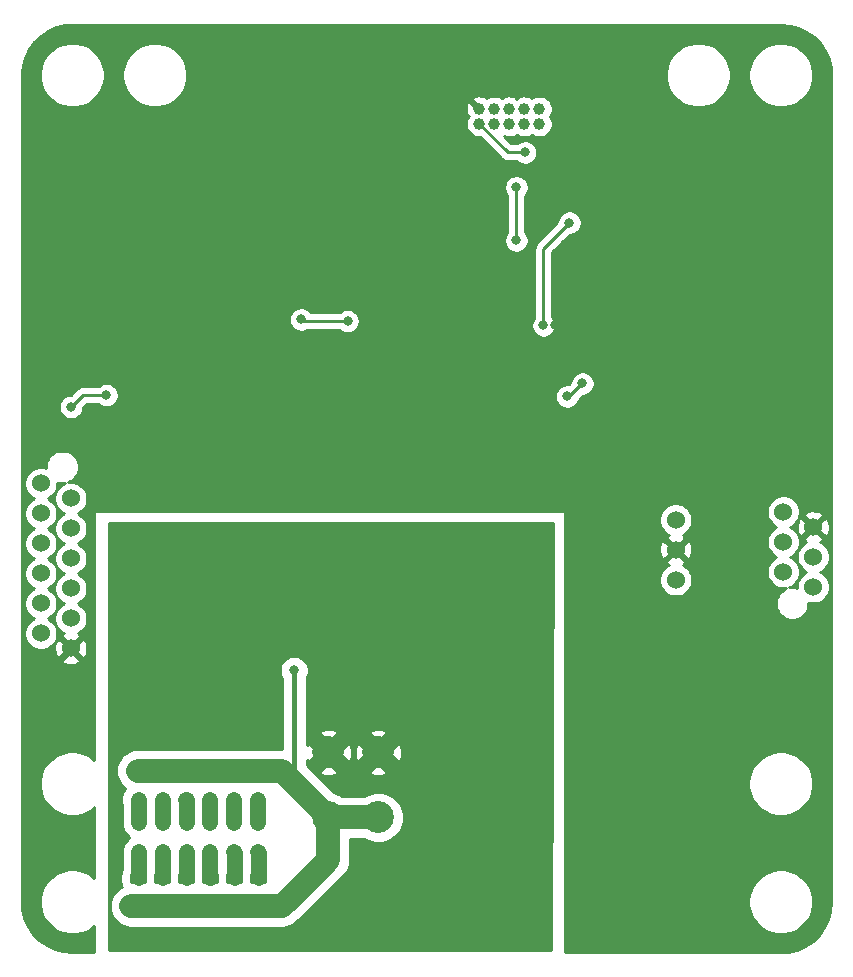
<source format=gbr>
G04 #@! TF.GenerationSoftware,KiCad,Pcbnew,(5.1.4-0)*
G04 #@! TF.CreationDate,2021-02-17T16:02:49+01:00*
G04 #@! TF.ProjectId,cooling control unit,636f6f6c-696e-4672-9063-6f6e74726f6c,rev?*
G04 #@! TF.SameCoordinates,Original*
G04 #@! TF.FileFunction,Copper,L2,Bot*
G04 #@! TF.FilePolarity,Positive*
%FSLAX46Y46*%
G04 Gerber Fmt 4.6, Leading zero omitted, Abs format (unit mm)*
G04 Created by KiCad (PCBNEW (5.1.4-0)) date 2021-02-17 16:02:49*
%MOMM*%
%LPD*%
G04 APERTURE LIST*
%ADD10C,2.700000*%
%ADD11C,0.100000*%
%ADD12C,0.975000*%
%ADD13R,0.450000X0.600000*%
%ADD14C,1.000000*%
%ADD15C,1.524000*%
%ADD16C,1.200000*%
%ADD17C,0.800000*%
%ADD18C,0.250000*%
%ADD19C,1.350000*%
%ADD20C,0.450000*%
%ADD21C,2.000000*%
%ADD22C,0.254000*%
G04 APERTURE END LIST*
D10*
X130900000Y-117850000D03*
X130900000Y-112350000D03*
X126700000Y-117850000D03*
X126700000Y-112350000D03*
D11*
G36*
X111097142Y-122528174D02*
G01*
X111120803Y-122531684D01*
X111144007Y-122537496D01*
X111166529Y-122545554D01*
X111188153Y-122555782D01*
X111208670Y-122568079D01*
X111227883Y-122582329D01*
X111245607Y-122598393D01*
X111261671Y-122616117D01*
X111275921Y-122635330D01*
X111288218Y-122655847D01*
X111298446Y-122677471D01*
X111306504Y-122699993D01*
X111312316Y-122723197D01*
X111315826Y-122746858D01*
X111317000Y-122770750D01*
X111317000Y-123258250D01*
X111315826Y-123282142D01*
X111312316Y-123305803D01*
X111306504Y-123329007D01*
X111298446Y-123351529D01*
X111288218Y-123373153D01*
X111275921Y-123393670D01*
X111261671Y-123412883D01*
X111245607Y-123430607D01*
X111227883Y-123446671D01*
X111208670Y-123460921D01*
X111188153Y-123473218D01*
X111166529Y-123483446D01*
X111144007Y-123491504D01*
X111120803Y-123497316D01*
X111097142Y-123500826D01*
X111073250Y-123502000D01*
X110160750Y-123502000D01*
X110136858Y-123500826D01*
X110113197Y-123497316D01*
X110089993Y-123491504D01*
X110067471Y-123483446D01*
X110045847Y-123473218D01*
X110025330Y-123460921D01*
X110006117Y-123446671D01*
X109988393Y-123430607D01*
X109972329Y-123412883D01*
X109958079Y-123393670D01*
X109945782Y-123373153D01*
X109935554Y-123351529D01*
X109927496Y-123329007D01*
X109921684Y-123305803D01*
X109918174Y-123282142D01*
X109917000Y-123258250D01*
X109917000Y-122770750D01*
X109918174Y-122746858D01*
X109921684Y-122723197D01*
X109927496Y-122699993D01*
X109935554Y-122677471D01*
X109945782Y-122655847D01*
X109958079Y-122635330D01*
X109972329Y-122616117D01*
X109988393Y-122598393D01*
X110006117Y-122582329D01*
X110025330Y-122568079D01*
X110045847Y-122555782D01*
X110067471Y-122545554D01*
X110089993Y-122537496D01*
X110113197Y-122531684D01*
X110136858Y-122528174D01*
X110160750Y-122527000D01*
X111073250Y-122527000D01*
X111097142Y-122528174D01*
X111097142Y-122528174D01*
G37*
D12*
X110617000Y-123014500D03*
D11*
G36*
X111097142Y-124403174D02*
G01*
X111120803Y-124406684D01*
X111144007Y-124412496D01*
X111166529Y-124420554D01*
X111188153Y-124430782D01*
X111208670Y-124443079D01*
X111227883Y-124457329D01*
X111245607Y-124473393D01*
X111261671Y-124491117D01*
X111275921Y-124510330D01*
X111288218Y-124530847D01*
X111298446Y-124552471D01*
X111306504Y-124574993D01*
X111312316Y-124598197D01*
X111315826Y-124621858D01*
X111317000Y-124645750D01*
X111317000Y-125133250D01*
X111315826Y-125157142D01*
X111312316Y-125180803D01*
X111306504Y-125204007D01*
X111298446Y-125226529D01*
X111288218Y-125248153D01*
X111275921Y-125268670D01*
X111261671Y-125287883D01*
X111245607Y-125305607D01*
X111227883Y-125321671D01*
X111208670Y-125335921D01*
X111188153Y-125348218D01*
X111166529Y-125358446D01*
X111144007Y-125366504D01*
X111120803Y-125372316D01*
X111097142Y-125375826D01*
X111073250Y-125377000D01*
X110160750Y-125377000D01*
X110136858Y-125375826D01*
X110113197Y-125372316D01*
X110089993Y-125366504D01*
X110067471Y-125358446D01*
X110045847Y-125348218D01*
X110025330Y-125335921D01*
X110006117Y-125321671D01*
X109988393Y-125305607D01*
X109972329Y-125287883D01*
X109958079Y-125268670D01*
X109945782Y-125248153D01*
X109935554Y-125226529D01*
X109927496Y-125204007D01*
X109921684Y-125180803D01*
X109918174Y-125157142D01*
X109917000Y-125133250D01*
X109917000Y-124645750D01*
X109918174Y-124621858D01*
X109921684Y-124598197D01*
X109927496Y-124574993D01*
X109935554Y-124552471D01*
X109945782Y-124530847D01*
X109958079Y-124510330D01*
X109972329Y-124491117D01*
X109988393Y-124473393D01*
X110006117Y-124457329D01*
X110025330Y-124443079D01*
X110045847Y-124430782D01*
X110067471Y-124420554D01*
X110089993Y-124412496D01*
X110113197Y-124406684D01*
X110136858Y-124403174D01*
X110160750Y-124402000D01*
X111073250Y-124402000D01*
X111097142Y-124403174D01*
X111097142Y-124403174D01*
G37*
D12*
X110617000Y-124889500D03*
D11*
G36*
X113129142Y-122528174D02*
G01*
X113152803Y-122531684D01*
X113176007Y-122537496D01*
X113198529Y-122545554D01*
X113220153Y-122555782D01*
X113240670Y-122568079D01*
X113259883Y-122582329D01*
X113277607Y-122598393D01*
X113293671Y-122616117D01*
X113307921Y-122635330D01*
X113320218Y-122655847D01*
X113330446Y-122677471D01*
X113338504Y-122699993D01*
X113344316Y-122723197D01*
X113347826Y-122746858D01*
X113349000Y-122770750D01*
X113349000Y-123258250D01*
X113347826Y-123282142D01*
X113344316Y-123305803D01*
X113338504Y-123329007D01*
X113330446Y-123351529D01*
X113320218Y-123373153D01*
X113307921Y-123393670D01*
X113293671Y-123412883D01*
X113277607Y-123430607D01*
X113259883Y-123446671D01*
X113240670Y-123460921D01*
X113220153Y-123473218D01*
X113198529Y-123483446D01*
X113176007Y-123491504D01*
X113152803Y-123497316D01*
X113129142Y-123500826D01*
X113105250Y-123502000D01*
X112192750Y-123502000D01*
X112168858Y-123500826D01*
X112145197Y-123497316D01*
X112121993Y-123491504D01*
X112099471Y-123483446D01*
X112077847Y-123473218D01*
X112057330Y-123460921D01*
X112038117Y-123446671D01*
X112020393Y-123430607D01*
X112004329Y-123412883D01*
X111990079Y-123393670D01*
X111977782Y-123373153D01*
X111967554Y-123351529D01*
X111959496Y-123329007D01*
X111953684Y-123305803D01*
X111950174Y-123282142D01*
X111949000Y-123258250D01*
X111949000Y-122770750D01*
X111950174Y-122746858D01*
X111953684Y-122723197D01*
X111959496Y-122699993D01*
X111967554Y-122677471D01*
X111977782Y-122655847D01*
X111990079Y-122635330D01*
X112004329Y-122616117D01*
X112020393Y-122598393D01*
X112038117Y-122582329D01*
X112057330Y-122568079D01*
X112077847Y-122555782D01*
X112099471Y-122545554D01*
X112121993Y-122537496D01*
X112145197Y-122531684D01*
X112168858Y-122528174D01*
X112192750Y-122527000D01*
X113105250Y-122527000D01*
X113129142Y-122528174D01*
X113129142Y-122528174D01*
G37*
D12*
X112649000Y-123014500D03*
D11*
G36*
X113129142Y-124403174D02*
G01*
X113152803Y-124406684D01*
X113176007Y-124412496D01*
X113198529Y-124420554D01*
X113220153Y-124430782D01*
X113240670Y-124443079D01*
X113259883Y-124457329D01*
X113277607Y-124473393D01*
X113293671Y-124491117D01*
X113307921Y-124510330D01*
X113320218Y-124530847D01*
X113330446Y-124552471D01*
X113338504Y-124574993D01*
X113344316Y-124598197D01*
X113347826Y-124621858D01*
X113349000Y-124645750D01*
X113349000Y-125133250D01*
X113347826Y-125157142D01*
X113344316Y-125180803D01*
X113338504Y-125204007D01*
X113330446Y-125226529D01*
X113320218Y-125248153D01*
X113307921Y-125268670D01*
X113293671Y-125287883D01*
X113277607Y-125305607D01*
X113259883Y-125321671D01*
X113240670Y-125335921D01*
X113220153Y-125348218D01*
X113198529Y-125358446D01*
X113176007Y-125366504D01*
X113152803Y-125372316D01*
X113129142Y-125375826D01*
X113105250Y-125377000D01*
X112192750Y-125377000D01*
X112168858Y-125375826D01*
X112145197Y-125372316D01*
X112121993Y-125366504D01*
X112099471Y-125358446D01*
X112077847Y-125348218D01*
X112057330Y-125335921D01*
X112038117Y-125321671D01*
X112020393Y-125305607D01*
X112004329Y-125287883D01*
X111990079Y-125268670D01*
X111977782Y-125248153D01*
X111967554Y-125226529D01*
X111959496Y-125204007D01*
X111953684Y-125180803D01*
X111950174Y-125157142D01*
X111949000Y-125133250D01*
X111949000Y-124645750D01*
X111950174Y-124621858D01*
X111953684Y-124598197D01*
X111959496Y-124574993D01*
X111967554Y-124552471D01*
X111977782Y-124530847D01*
X111990079Y-124510330D01*
X112004329Y-124491117D01*
X112020393Y-124473393D01*
X112038117Y-124457329D01*
X112057330Y-124443079D01*
X112077847Y-124430782D01*
X112099471Y-124420554D01*
X112121993Y-124412496D01*
X112145197Y-124406684D01*
X112168858Y-124403174D01*
X112192750Y-124402000D01*
X113105250Y-124402000D01*
X113129142Y-124403174D01*
X113129142Y-124403174D01*
G37*
D12*
X112649000Y-124889500D03*
D11*
G36*
X115161142Y-122528174D02*
G01*
X115184803Y-122531684D01*
X115208007Y-122537496D01*
X115230529Y-122545554D01*
X115252153Y-122555782D01*
X115272670Y-122568079D01*
X115291883Y-122582329D01*
X115309607Y-122598393D01*
X115325671Y-122616117D01*
X115339921Y-122635330D01*
X115352218Y-122655847D01*
X115362446Y-122677471D01*
X115370504Y-122699993D01*
X115376316Y-122723197D01*
X115379826Y-122746858D01*
X115381000Y-122770750D01*
X115381000Y-123258250D01*
X115379826Y-123282142D01*
X115376316Y-123305803D01*
X115370504Y-123329007D01*
X115362446Y-123351529D01*
X115352218Y-123373153D01*
X115339921Y-123393670D01*
X115325671Y-123412883D01*
X115309607Y-123430607D01*
X115291883Y-123446671D01*
X115272670Y-123460921D01*
X115252153Y-123473218D01*
X115230529Y-123483446D01*
X115208007Y-123491504D01*
X115184803Y-123497316D01*
X115161142Y-123500826D01*
X115137250Y-123502000D01*
X114224750Y-123502000D01*
X114200858Y-123500826D01*
X114177197Y-123497316D01*
X114153993Y-123491504D01*
X114131471Y-123483446D01*
X114109847Y-123473218D01*
X114089330Y-123460921D01*
X114070117Y-123446671D01*
X114052393Y-123430607D01*
X114036329Y-123412883D01*
X114022079Y-123393670D01*
X114009782Y-123373153D01*
X113999554Y-123351529D01*
X113991496Y-123329007D01*
X113985684Y-123305803D01*
X113982174Y-123282142D01*
X113981000Y-123258250D01*
X113981000Y-122770750D01*
X113982174Y-122746858D01*
X113985684Y-122723197D01*
X113991496Y-122699993D01*
X113999554Y-122677471D01*
X114009782Y-122655847D01*
X114022079Y-122635330D01*
X114036329Y-122616117D01*
X114052393Y-122598393D01*
X114070117Y-122582329D01*
X114089330Y-122568079D01*
X114109847Y-122555782D01*
X114131471Y-122545554D01*
X114153993Y-122537496D01*
X114177197Y-122531684D01*
X114200858Y-122528174D01*
X114224750Y-122527000D01*
X115137250Y-122527000D01*
X115161142Y-122528174D01*
X115161142Y-122528174D01*
G37*
D12*
X114681000Y-123014500D03*
D11*
G36*
X115161142Y-124403174D02*
G01*
X115184803Y-124406684D01*
X115208007Y-124412496D01*
X115230529Y-124420554D01*
X115252153Y-124430782D01*
X115272670Y-124443079D01*
X115291883Y-124457329D01*
X115309607Y-124473393D01*
X115325671Y-124491117D01*
X115339921Y-124510330D01*
X115352218Y-124530847D01*
X115362446Y-124552471D01*
X115370504Y-124574993D01*
X115376316Y-124598197D01*
X115379826Y-124621858D01*
X115381000Y-124645750D01*
X115381000Y-125133250D01*
X115379826Y-125157142D01*
X115376316Y-125180803D01*
X115370504Y-125204007D01*
X115362446Y-125226529D01*
X115352218Y-125248153D01*
X115339921Y-125268670D01*
X115325671Y-125287883D01*
X115309607Y-125305607D01*
X115291883Y-125321671D01*
X115272670Y-125335921D01*
X115252153Y-125348218D01*
X115230529Y-125358446D01*
X115208007Y-125366504D01*
X115184803Y-125372316D01*
X115161142Y-125375826D01*
X115137250Y-125377000D01*
X114224750Y-125377000D01*
X114200858Y-125375826D01*
X114177197Y-125372316D01*
X114153993Y-125366504D01*
X114131471Y-125358446D01*
X114109847Y-125348218D01*
X114089330Y-125335921D01*
X114070117Y-125321671D01*
X114052393Y-125305607D01*
X114036329Y-125287883D01*
X114022079Y-125268670D01*
X114009782Y-125248153D01*
X113999554Y-125226529D01*
X113991496Y-125204007D01*
X113985684Y-125180803D01*
X113982174Y-125157142D01*
X113981000Y-125133250D01*
X113981000Y-124645750D01*
X113982174Y-124621858D01*
X113985684Y-124598197D01*
X113991496Y-124574993D01*
X113999554Y-124552471D01*
X114009782Y-124530847D01*
X114022079Y-124510330D01*
X114036329Y-124491117D01*
X114052393Y-124473393D01*
X114070117Y-124457329D01*
X114089330Y-124443079D01*
X114109847Y-124430782D01*
X114131471Y-124420554D01*
X114153993Y-124412496D01*
X114177197Y-124406684D01*
X114200858Y-124403174D01*
X114224750Y-124402000D01*
X115137250Y-124402000D01*
X115161142Y-124403174D01*
X115161142Y-124403174D01*
G37*
D12*
X114681000Y-124889500D03*
D11*
G36*
X117193142Y-122528174D02*
G01*
X117216803Y-122531684D01*
X117240007Y-122537496D01*
X117262529Y-122545554D01*
X117284153Y-122555782D01*
X117304670Y-122568079D01*
X117323883Y-122582329D01*
X117341607Y-122598393D01*
X117357671Y-122616117D01*
X117371921Y-122635330D01*
X117384218Y-122655847D01*
X117394446Y-122677471D01*
X117402504Y-122699993D01*
X117408316Y-122723197D01*
X117411826Y-122746858D01*
X117413000Y-122770750D01*
X117413000Y-123258250D01*
X117411826Y-123282142D01*
X117408316Y-123305803D01*
X117402504Y-123329007D01*
X117394446Y-123351529D01*
X117384218Y-123373153D01*
X117371921Y-123393670D01*
X117357671Y-123412883D01*
X117341607Y-123430607D01*
X117323883Y-123446671D01*
X117304670Y-123460921D01*
X117284153Y-123473218D01*
X117262529Y-123483446D01*
X117240007Y-123491504D01*
X117216803Y-123497316D01*
X117193142Y-123500826D01*
X117169250Y-123502000D01*
X116256750Y-123502000D01*
X116232858Y-123500826D01*
X116209197Y-123497316D01*
X116185993Y-123491504D01*
X116163471Y-123483446D01*
X116141847Y-123473218D01*
X116121330Y-123460921D01*
X116102117Y-123446671D01*
X116084393Y-123430607D01*
X116068329Y-123412883D01*
X116054079Y-123393670D01*
X116041782Y-123373153D01*
X116031554Y-123351529D01*
X116023496Y-123329007D01*
X116017684Y-123305803D01*
X116014174Y-123282142D01*
X116013000Y-123258250D01*
X116013000Y-122770750D01*
X116014174Y-122746858D01*
X116017684Y-122723197D01*
X116023496Y-122699993D01*
X116031554Y-122677471D01*
X116041782Y-122655847D01*
X116054079Y-122635330D01*
X116068329Y-122616117D01*
X116084393Y-122598393D01*
X116102117Y-122582329D01*
X116121330Y-122568079D01*
X116141847Y-122555782D01*
X116163471Y-122545554D01*
X116185993Y-122537496D01*
X116209197Y-122531684D01*
X116232858Y-122528174D01*
X116256750Y-122527000D01*
X117169250Y-122527000D01*
X117193142Y-122528174D01*
X117193142Y-122528174D01*
G37*
D12*
X116713000Y-123014500D03*
D11*
G36*
X117193142Y-124403174D02*
G01*
X117216803Y-124406684D01*
X117240007Y-124412496D01*
X117262529Y-124420554D01*
X117284153Y-124430782D01*
X117304670Y-124443079D01*
X117323883Y-124457329D01*
X117341607Y-124473393D01*
X117357671Y-124491117D01*
X117371921Y-124510330D01*
X117384218Y-124530847D01*
X117394446Y-124552471D01*
X117402504Y-124574993D01*
X117408316Y-124598197D01*
X117411826Y-124621858D01*
X117413000Y-124645750D01*
X117413000Y-125133250D01*
X117411826Y-125157142D01*
X117408316Y-125180803D01*
X117402504Y-125204007D01*
X117394446Y-125226529D01*
X117384218Y-125248153D01*
X117371921Y-125268670D01*
X117357671Y-125287883D01*
X117341607Y-125305607D01*
X117323883Y-125321671D01*
X117304670Y-125335921D01*
X117284153Y-125348218D01*
X117262529Y-125358446D01*
X117240007Y-125366504D01*
X117216803Y-125372316D01*
X117193142Y-125375826D01*
X117169250Y-125377000D01*
X116256750Y-125377000D01*
X116232858Y-125375826D01*
X116209197Y-125372316D01*
X116185993Y-125366504D01*
X116163471Y-125358446D01*
X116141847Y-125348218D01*
X116121330Y-125335921D01*
X116102117Y-125321671D01*
X116084393Y-125305607D01*
X116068329Y-125287883D01*
X116054079Y-125268670D01*
X116041782Y-125248153D01*
X116031554Y-125226529D01*
X116023496Y-125204007D01*
X116017684Y-125180803D01*
X116014174Y-125157142D01*
X116013000Y-125133250D01*
X116013000Y-124645750D01*
X116014174Y-124621858D01*
X116017684Y-124598197D01*
X116023496Y-124574993D01*
X116031554Y-124552471D01*
X116041782Y-124530847D01*
X116054079Y-124510330D01*
X116068329Y-124491117D01*
X116084393Y-124473393D01*
X116102117Y-124457329D01*
X116121330Y-124443079D01*
X116141847Y-124430782D01*
X116163471Y-124420554D01*
X116185993Y-124412496D01*
X116209197Y-124406684D01*
X116232858Y-124403174D01*
X116256750Y-124402000D01*
X117169250Y-124402000D01*
X117193142Y-124403174D01*
X117193142Y-124403174D01*
G37*
D12*
X116713000Y-124889500D03*
D11*
G36*
X119225142Y-122528174D02*
G01*
X119248803Y-122531684D01*
X119272007Y-122537496D01*
X119294529Y-122545554D01*
X119316153Y-122555782D01*
X119336670Y-122568079D01*
X119355883Y-122582329D01*
X119373607Y-122598393D01*
X119389671Y-122616117D01*
X119403921Y-122635330D01*
X119416218Y-122655847D01*
X119426446Y-122677471D01*
X119434504Y-122699993D01*
X119440316Y-122723197D01*
X119443826Y-122746858D01*
X119445000Y-122770750D01*
X119445000Y-123258250D01*
X119443826Y-123282142D01*
X119440316Y-123305803D01*
X119434504Y-123329007D01*
X119426446Y-123351529D01*
X119416218Y-123373153D01*
X119403921Y-123393670D01*
X119389671Y-123412883D01*
X119373607Y-123430607D01*
X119355883Y-123446671D01*
X119336670Y-123460921D01*
X119316153Y-123473218D01*
X119294529Y-123483446D01*
X119272007Y-123491504D01*
X119248803Y-123497316D01*
X119225142Y-123500826D01*
X119201250Y-123502000D01*
X118288750Y-123502000D01*
X118264858Y-123500826D01*
X118241197Y-123497316D01*
X118217993Y-123491504D01*
X118195471Y-123483446D01*
X118173847Y-123473218D01*
X118153330Y-123460921D01*
X118134117Y-123446671D01*
X118116393Y-123430607D01*
X118100329Y-123412883D01*
X118086079Y-123393670D01*
X118073782Y-123373153D01*
X118063554Y-123351529D01*
X118055496Y-123329007D01*
X118049684Y-123305803D01*
X118046174Y-123282142D01*
X118045000Y-123258250D01*
X118045000Y-122770750D01*
X118046174Y-122746858D01*
X118049684Y-122723197D01*
X118055496Y-122699993D01*
X118063554Y-122677471D01*
X118073782Y-122655847D01*
X118086079Y-122635330D01*
X118100329Y-122616117D01*
X118116393Y-122598393D01*
X118134117Y-122582329D01*
X118153330Y-122568079D01*
X118173847Y-122555782D01*
X118195471Y-122545554D01*
X118217993Y-122537496D01*
X118241197Y-122531684D01*
X118264858Y-122528174D01*
X118288750Y-122527000D01*
X119201250Y-122527000D01*
X119225142Y-122528174D01*
X119225142Y-122528174D01*
G37*
D12*
X118745000Y-123014500D03*
D11*
G36*
X119225142Y-124403174D02*
G01*
X119248803Y-124406684D01*
X119272007Y-124412496D01*
X119294529Y-124420554D01*
X119316153Y-124430782D01*
X119336670Y-124443079D01*
X119355883Y-124457329D01*
X119373607Y-124473393D01*
X119389671Y-124491117D01*
X119403921Y-124510330D01*
X119416218Y-124530847D01*
X119426446Y-124552471D01*
X119434504Y-124574993D01*
X119440316Y-124598197D01*
X119443826Y-124621858D01*
X119445000Y-124645750D01*
X119445000Y-125133250D01*
X119443826Y-125157142D01*
X119440316Y-125180803D01*
X119434504Y-125204007D01*
X119426446Y-125226529D01*
X119416218Y-125248153D01*
X119403921Y-125268670D01*
X119389671Y-125287883D01*
X119373607Y-125305607D01*
X119355883Y-125321671D01*
X119336670Y-125335921D01*
X119316153Y-125348218D01*
X119294529Y-125358446D01*
X119272007Y-125366504D01*
X119248803Y-125372316D01*
X119225142Y-125375826D01*
X119201250Y-125377000D01*
X118288750Y-125377000D01*
X118264858Y-125375826D01*
X118241197Y-125372316D01*
X118217993Y-125366504D01*
X118195471Y-125358446D01*
X118173847Y-125348218D01*
X118153330Y-125335921D01*
X118134117Y-125321671D01*
X118116393Y-125305607D01*
X118100329Y-125287883D01*
X118086079Y-125268670D01*
X118073782Y-125248153D01*
X118063554Y-125226529D01*
X118055496Y-125204007D01*
X118049684Y-125180803D01*
X118046174Y-125157142D01*
X118045000Y-125133250D01*
X118045000Y-124645750D01*
X118046174Y-124621858D01*
X118049684Y-124598197D01*
X118055496Y-124574993D01*
X118063554Y-124552471D01*
X118073782Y-124530847D01*
X118086079Y-124510330D01*
X118100329Y-124491117D01*
X118116393Y-124473393D01*
X118134117Y-124457329D01*
X118153330Y-124443079D01*
X118173847Y-124430782D01*
X118195471Y-124420554D01*
X118217993Y-124412496D01*
X118241197Y-124406684D01*
X118264858Y-124403174D01*
X118288750Y-124402000D01*
X119201250Y-124402000D01*
X119225142Y-124403174D01*
X119225142Y-124403174D01*
G37*
D12*
X118745000Y-124889500D03*
D11*
G36*
X121257142Y-122528174D02*
G01*
X121280803Y-122531684D01*
X121304007Y-122537496D01*
X121326529Y-122545554D01*
X121348153Y-122555782D01*
X121368670Y-122568079D01*
X121387883Y-122582329D01*
X121405607Y-122598393D01*
X121421671Y-122616117D01*
X121435921Y-122635330D01*
X121448218Y-122655847D01*
X121458446Y-122677471D01*
X121466504Y-122699993D01*
X121472316Y-122723197D01*
X121475826Y-122746858D01*
X121477000Y-122770750D01*
X121477000Y-123258250D01*
X121475826Y-123282142D01*
X121472316Y-123305803D01*
X121466504Y-123329007D01*
X121458446Y-123351529D01*
X121448218Y-123373153D01*
X121435921Y-123393670D01*
X121421671Y-123412883D01*
X121405607Y-123430607D01*
X121387883Y-123446671D01*
X121368670Y-123460921D01*
X121348153Y-123473218D01*
X121326529Y-123483446D01*
X121304007Y-123491504D01*
X121280803Y-123497316D01*
X121257142Y-123500826D01*
X121233250Y-123502000D01*
X120320750Y-123502000D01*
X120296858Y-123500826D01*
X120273197Y-123497316D01*
X120249993Y-123491504D01*
X120227471Y-123483446D01*
X120205847Y-123473218D01*
X120185330Y-123460921D01*
X120166117Y-123446671D01*
X120148393Y-123430607D01*
X120132329Y-123412883D01*
X120118079Y-123393670D01*
X120105782Y-123373153D01*
X120095554Y-123351529D01*
X120087496Y-123329007D01*
X120081684Y-123305803D01*
X120078174Y-123282142D01*
X120077000Y-123258250D01*
X120077000Y-122770750D01*
X120078174Y-122746858D01*
X120081684Y-122723197D01*
X120087496Y-122699993D01*
X120095554Y-122677471D01*
X120105782Y-122655847D01*
X120118079Y-122635330D01*
X120132329Y-122616117D01*
X120148393Y-122598393D01*
X120166117Y-122582329D01*
X120185330Y-122568079D01*
X120205847Y-122555782D01*
X120227471Y-122545554D01*
X120249993Y-122537496D01*
X120273197Y-122531684D01*
X120296858Y-122528174D01*
X120320750Y-122527000D01*
X121233250Y-122527000D01*
X121257142Y-122528174D01*
X121257142Y-122528174D01*
G37*
D12*
X120777000Y-123014500D03*
D11*
G36*
X121257142Y-124403174D02*
G01*
X121280803Y-124406684D01*
X121304007Y-124412496D01*
X121326529Y-124420554D01*
X121348153Y-124430782D01*
X121368670Y-124443079D01*
X121387883Y-124457329D01*
X121405607Y-124473393D01*
X121421671Y-124491117D01*
X121435921Y-124510330D01*
X121448218Y-124530847D01*
X121458446Y-124552471D01*
X121466504Y-124574993D01*
X121472316Y-124598197D01*
X121475826Y-124621858D01*
X121477000Y-124645750D01*
X121477000Y-125133250D01*
X121475826Y-125157142D01*
X121472316Y-125180803D01*
X121466504Y-125204007D01*
X121458446Y-125226529D01*
X121448218Y-125248153D01*
X121435921Y-125268670D01*
X121421671Y-125287883D01*
X121405607Y-125305607D01*
X121387883Y-125321671D01*
X121368670Y-125335921D01*
X121348153Y-125348218D01*
X121326529Y-125358446D01*
X121304007Y-125366504D01*
X121280803Y-125372316D01*
X121257142Y-125375826D01*
X121233250Y-125377000D01*
X120320750Y-125377000D01*
X120296858Y-125375826D01*
X120273197Y-125372316D01*
X120249993Y-125366504D01*
X120227471Y-125358446D01*
X120205847Y-125348218D01*
X120185330Y-125335921D01*
X120166117Y-125321671D01*
X120148393Y-125305607D01*
X120132329Y-125287883D01*
X120118079Y-125268670D01*
X120105782Y-125248153D01*
X120095554Y-125226529D01*
X120087496Y-125204007D01*
X120081684Y-125180803D01*
X120078174Y-125157142D01*
X120077000Y-125133250D01*
X120077000Y-124645750D01*
X120078174Y-124621858D01*
X120081684Y-124598197D01*
X120087496Y-124574993D01*
X120095554Y-124552471D01*
X120105782Y-124530847D01*
X120118079Y-124510330D01*
X120132329Y-124491117D01*
X120148393Y-124473393D01*
X120166117Y-124457329D01*
X120185330Y-124443079D01*
X120205847Y-124430782D01*
X120227471Y-124420554D01*
X120249993Y-124412496D01*
X120273197Y-124406684D01*
X120296858Y-124403174D01*
X120320750Y-124402000D01*
X121233250Y-124402000D01*
X121257142Y-124403174D01*
X121257142Y-124403174D01*
G37*
D12*
X120777000Y-124889500D03*
D13*
X114665760Y-116376160D03*
X114665760Y-114276160D03*
X110642400Y-116376160D03*
X110642400Y-114276160D03*
X112689640Y-116376160D03*
X112689640Y-114276160D03*
X116674392Y-116376160D03*
X116674392Y-114276160D03*
X118685056Y-116376160D03*
X118685056Y-114276160D03*
X120695720Y-116376160D03*
X120695720Y-114276160D03*
D14*
X139460000Y-59135000D03*
X139460000Y-57865000D03*
X140730000Y-59135000D03*
X140730000Y-57865000D03*
X142000000Y-59135000D03*
X142000000Y-57865000D03*
X143270000Y-59135000D03*
X143270000Y-57865000D03*
X144540000Y-59135000D03*
X144540000Y-57865000D03*
D15*
X104890000Y-103545000D03*
X102350000Y-102275000D03*
X104890000Y-101005000D03*
X102350000Y-99735000D03*
X104890000Y-98465000D03*
X102350000Y-97195000D03*
X104890000Y-95925000D03*
X102350000Y-94655000D03*
X104890000Y-93385000D03*
X102350000Y-92115000D03*
X104890000Y-90845000D03*
X102350000Y-89575000D03*
D16*
X110690000Y-118300000D03*
X110690000Y-120800000D03*
X112690000Y-118300000D03*
X112690000Y-120800000D03*
X114690000Y-118300000D03*
X114690000Y-120800000D03*
X116690000Y-118300000D03*
X116690000Y-120800000D03*
X118690000Y-118300000D03*
X118690000Y-120800000D03*
X120690000Y-118300000D03*
X120690000Y-120800000D03*
D15*
X156100000Y-92660000D03*
X156100000Y-95200000D03*
X156100000Y-97740000D03*
X165211000Y-91990000D03*
X167751000Y-93260000D03*
X165211000Y-94530000D03*
X167751000Y-95800000D03*
X165211000Y-97070000D03*
X167751000Y-98340000D03*
D17*
X135300000Y-66100000D03*
X148700000Y-64200000D03*
X146700000Y-69300000D03*
X152800000Y-69400000D03*
X159100000Y-72400000D03*
X150100000Y-85700000D03*
X135255000Y-75552300D03*
X135100000Y-79600000D03*
X118100000Y-69100000D03*
X118006200Y-63303000D03*
X118006200Y-57803000D03*
X113900000Y-60900000D03*
X113900000Y-66400000D03*
X109700000Y-67500000D03*
X109600000Y-61800000D03*
X109700000Y-73000000D03*
X108900000Y-78000000D03*
X109700000Y-83900000D03*
X113900000Y-82900000D03*
X119200000Y-81300000D03*
X162400000Y-93100000D03*
X163700000Y-96300000D03*
X150418800Y-78727300D03*
X149200000Y-76700000D03*
X145900000Y-76200000D03*
X131100000Y-68200000D03*
X138125010Y-67425010D03*
X113900000Y-77400000D03*
X113800000Y-72000000D03*
X149860000Y-88138000D03*
X153924000Y-87376000D03*
X159766000Y-87630000D03*
X148590000Y-91186000D03*
X159004000Y-79502000D03*
X113792000Y-90170000D03*
X118491000Y-90297000D03*
X123190000Y-90297000D03*
X128016000Y-90297000D03*
X132715000Y-90297000D03*
X137414000Y-90297000D03*
X129540000Y-82423000D03*
X151180800Y-117576600D03*
X155244800Y-117602000D03*
X137909300Y-63258700D03*
X141580870Y-67798950D03*
X139791440Y-62260480D03*
X145050000Y-61775000D03*
X148200000Y-81100000D03*
X107900000Y-82100000D03*
X104900000Y-83100000D03*
X146900000Y-82200000D03*
X143360140Y-61544200D03*
X142600000Y-69000000D03*
X142600000Y-64500000D03*
X147100000Y-67500000D03*
X144900000Y-76200000D03*
X128310000Y-75829800D03*
X124383800Y-75692000D03*
X123800000Y-105400000D03*
X117602000Y-94869000D03*
X112776000Y-94869000D03*
X122301000Y-94869000D03*
X127000000Y-94869000D03*
X131699000Y-94869000D03*
X136398000Y-94869000D03*
X125603000Y-102362000D03*
X126619000Y-102362000D03*
X124587000Y-99949000D03*
X124587000Y-101092000D03*
X117602000Y-102489000D03*
X116586000Y-102489000D03*
X115697000Y-101092000D03*
X109601000Y-102362000D03*
X108458000Y-102362000D03*
X140716000Y-106553000D03*
X140716000Y-105537000D03*
X141859000Y-104648000D03*
X143002000Y-104648000D03*
X141732000Y-112522000D03*
X142875000Y-112522000D03*
X140589000Y-113411000D03*
X140589000Y-114427000D03*
X141859000Y-120650000D03*
X142875000Y-120650000D03*
X140589000Y-121412000D03*
X140589000Y-122428000D03*
X129565400Y-122224800D03*
D18*
X105900000Y-82100000D02*
X107900000Y-82100000D01*
X104900000Y-83100000D02*
X105900000Y-82100000D01*
X147100000Y-82200000D02*
X148200000Y-81100000D01*
X146900000Y-82200000D02*
X147100000Y-82200000D01*
X141874280Y-61549280D02*
X139460000Y-59135000D01*
X143238220Y-61549280D02*
X141874280Y-61549280D01*
D19*
X110690000Y-116423760D02*
X110642400Y-116376160D01*
X110690000Y-118300000D02*
X110690000Y-116423760D01*
X112689640Y-118299640D02*
X112690000Y-118300000D01*
X112689640Y-116376160D02*
X112689640Y-118299640D01*
X114690000Y-116400400D02*
X114665760Y-116376160D01*
X114690000Y-118300000D02*
X114690000Y-116400400D01*
X116674392Y-118284392D02*
X116690000Y-118300000D01*
X116674392Y-116376160D02*
X116674392Y-118284392D01*
X118690000Y-116381104D02*
X118685056Y-116376160D01*
X118690000Y-118300000D02*
X118690000Y-116381104D01*
X120695720Y-118294280D02*
X120690000Y-118300000D01*
X120695720Y-116376160D02*
X120695720Y-118294280D01*
D18*
X142600000Y-69000000D02*
X142600000Y-64500000D01*
X142600000Y-64500000D02*
X142600000Y-64500000D01*
X142600000Y-64500000D02*
X142600000Y-64500000D01*
X144900000Y-69700000D02*
X147100000Y-67500000D01*
X144900000Y-76200000D02*
X144900000Y-69700000D01*
X128143000Y-75819000D02*
X124968000Y-75819000D01*
X124968000Y-75819000D02*
X124637800Y-75819000D01*
X124637800Y-75819000D02*
X124510800Y-75819000D01*
X124510800Y-75819000D02*
X124383800Y-75692000D01*
X124383800Y-75692000D02*
X124383800Y-75692000D01*
D20*
X123800000Y-114950000D02*
X126700000Y-117850000D01*
X123800000Y-105400000D02*
X123800000Y-114950000D01*
D21*
X126700000Y-117850000D02*
X126700000Y-121458000D01*
X123268500Y-124889500D02*
X123217700Y-124889500D01*
X126700000Y-121458000D02*
X123268500Y-124889500D01*
X123217700Y-124889500D02*
X122758200Y-125349000D01*
X122758200Y-125349000D02*
X110007400Y-125349000D01*
X126700000Y-117850000D02*
X130900000Y-117850000D01*
X126700000Y-117850000D02*
X122743600Y-113893600D01*
X122743600Y-113893600D02*
X110540800Y-113893600D01*
D19*
X120777000Y-120887000D02*
X120690000Y-120800000D01*
X120777000Y-123014500D02*
X120777000Y-120887000D01*
X118745000Y-120855000D02*
X118690000Y-120800000D01*
X118745000Y-123014500D02*
X118745000Y-120855000D01*
X116690000Y-122991500D02*
X116713000Y-123014500D01*
X116690000Y-120800000D02*
X116690000Y-122991500D01*
X114681000Y-120809000D02*
X114690000Y-120800000D01*
X114681000Y-123014500D02*
X114681000Y-120809000D01*
X112690000Y-122973500D02*
X112649000Y-123014500D01*
X112690000Y-120800000D02*
X112690000Y-122973500D01*
X110690000Y-122941500D02*
X110617000Y-123014500D01*
X110690000Y-120800000D02*
X110690000Y-122941500D01*
D22*
G36*
X165754747Y-50805281D02*
G01*
X166485643Y-51005231D01*
X167169575Y-51331450D01*
X167784928Y-51773626D01*
X168312259Y-52317789D01*
X168734886Y-52946726D01*
X169039463Y-53640570D01*
X169217715Y-54383039D01*
X169265000Y-55026949D01*
X169265001Y-124967258D01*
X169194719Y-125754748D01*
X168994769Y-126485643D01*
X168668550Y-127169575D01*
X168226374Y-127784928D01*
X167682211Y-128312259D01*
X167053274Y-128734886D01*
X166359429Y-129039464D01*
X165616961Y-129217714D01*
X164973051Y-129265000D01*
X146727000Y-129265000D01*
X146727000Y-124729963D01*
X162258266Y-124729963D01*
X162258266Y-125270037D01*
X162363629Y-125799734D01*
X162570307Y-126298698D01*
X162870356Y-126747753D01*
X163252247Y-127129644D01*
X163701302Y-127429693D01*
X164200266Y-127636371D01*
X164729963Y-127741734D01*
X165270037Y-127741734D01*
X165799734Y-127636371D01*
X166298698Y-127429693D01*
X166747753Y-127129644D01*
X167129644Y-126747753D01*
X167429693Y-126298698D01*
X167636371Y-125799734D01*
X167741734Y-125270037D01*
X167741734Y-124729963D01*
X167636371Y-124200266D01*
X167429693Y-123701302D01*
X167129644Y-123252247D01*
X166747753Y-122870356D01*
X166298698Y-122570307D01*
X165799734Y-122363629D01*
X165270037Y-122258266D01*
X164729963Y-122258266D01*
X164200266Y-122363629D01*
X163701302Y-122570307D01*
X163252247Y-122870356D01*
X162870356Y-123252247D01*
X162570307Y-123701302D01*
X162363629Y-124200266D01*
X162258266Y-124729963D01*
X146727000Y-124729963D01*
X146727000Y-114729963D01*
X162258266Y-114729963D01*
X162258266Y-115270037D01*
X162363629Y-115799734D01*
X162570307Y-116298698D01*
X162870356Y-116747753D01*
X163252247Y-117129644D01*
X163701302Y-117429693D01*
X164200266Y-117636371D01*
X164729963Y-117741734D01*
X165270037Y-117741734D01*
X165799734Y-117636371D01*
X166298698Y-117429693D01*
X166747753Y-117129644D01*
X167129644Y-116747753D01*
X167429693Y-116298698D01*
X167636371Y-115799734D01*
X167741734Y-115270037D01*
X167741734Y-114729963D01*
X167636371Y-114200266D01*
X167429693Y-113701302D01*
X167129644Y-113252247D01*
X166747753Y-112870356D01*
X166298698Y-112570307D01*
X165799734Y-112363629D01*
X165270037Y-112258266D01*
X164729963Y-112258266D01*
X164200266Y-112363629D01*
X163701302Y-112570307D01*
X163252247Y-112870356D01*
X162870356Y-113252247D01*
X162570307Y-113701302D01*
X162363629Y-114200266D01*
X162258266Y-114729963D01*
X146727000Y-114729963D01*
X146727000Y-97602408D01*
X154703000Y-97602408D01*
X154703000Y-97877592D01*
X154756686Y-98147490D01*
X154861995Y-98401727D01*
X155014880Y-98630535D01*
X155209465Y-98825120D01*
X155438273Y-98978005D01*
X155692510Y-99083314D01*
X155962408Y-99137000D01*
X156237592Y-99137000D01*
X156507490Y-99083314D01*
X156761727Y-98978005D01*
X156990535Y-98825120D01*
X157185120Y-98630535D01*
X157338005Y-98401727D01*
X157443314Y-98147490D01*
X157497000Y-97877592D01*
X157497000Y-97602408D01*
X157443314Y-97332510D01*
X157338005Y-97078273D01*
X157185120Y-96849465D01*
X156990535Y-96654880D01*
X156761727Y-96501995D01*
X156690057Y-96472308D01*
X156703023Y-96467636D01*
X156818980Y-96405656D01*
X156885960Y-96165565D01*
X156100000Y-95379605D01*
X155314040Y-96165565D01*
X155381020Y-96405656D01*
X155516760Y-96469485D01*
X155438273Y-96501995D01*
X155209465Y-96654880D01*
X155014880Y-96849465D01*
X154861995Y-97078273D01*
X154756686Y-97332510D01*
X154703000Y-97602408D01*
X146727000Y-97602408D01*
X146727000Y-95272017D01*
X154698090Y-95272017D01*
X154739078Y-95544133D01*
X154832364Y-95803023D01*
X154894344Y-95918980D01*
X155134435Y-95985960D01*
X155920395Y-95200000D01*
X156279605Y-95200000D01*
X157065565Y-95985960D01*
X157305656Y-95918980D01*
X157422756Y-95669952D01*
X157489023Y-95402865D01*
X157501910Y-95127983D01*
X157460922Y-94855867D01*
X157367636Y-94596977D01*
X157305656Y-94481020D01*
X157065565Y-94414040D01*
X156279605Y-95200000D01*
X155920395Y-95200000D01*
X155134435Y-94414040D01*
X154894344Y-94481020D01*
X154777244Y-94730048D01*
X154710977Y-94997135D01*
X154698090Y-95272017D01*
X146727000Y-95272017D01*
X146727000Y-92522408D01*
X154703000Y-92522408D01*
X154703000Y-92797592D01*
X154756686Y-93067490D01*
X154861995Y-93321727D01*
X155014880Y-93550535D01*
X155209465Y-93745120D01*
X155438273Y-93898005D01*
X155509943Y-93927692D01*
X155496977Y-93932364D01*
X155381020Y-93994344D01*
X155314040Y-94234435D01*
X156100000Y-95020395D01*
X156885960Y-94234435D01*
X156818980Y-93994344D01*
X156683240Y-93930515D01*
X156761727Y-93898005D01*
X156990535Y-93745120D01*
X157185120Y-93550535D01*
X157338005Y-93321727D01*
X157443314Y-93067490D01*
X157497000Y-92797592D01*
X157497000Y-92522408D01*
X157443314Y-92252510D01*
X157338005Y-91998273D01*
X157240541Y-91852408D01*
X163814000Y-91852408D01*
X163814000Y-92127592D01*
X163867686Y-92397490D01*
X163972995Y-92651727D01*
X164125880Y-92880535D01*
X164320465Y-93075120D01*
X164549273Y-93228005D01*
X164626515Y-93260000D01*
X164549273Y-93291995D01*
X164320465Y-93444880D01*
X164125880Y-93639465D01*
X163972995Y-93868273D01*
X163867686Y-94122510D01*
X163814000Y-94392408D01*
X163814000Y-94667592D01*
X163867686Y-94937490D01*
X163972995Y-95191727D01*
X164125880Y-95420535D01*
X164320465Y-95615120D01*
X164549273Y-95768005D01*
X164626515Y-95800000D01*
X164549273Y-95831995D01*
X164320465Y-95984880D01*
X164125880Y-96179465D01*
X163972995Y-96408273D01*
X163867686Y-96662510D01*
X163814000Y-96932408D01*
X163814000Y-97207592D01*
X163867686Y-97477490D01*
X163972995Y-97731727D01*
X164125880Y-97960535D01*
X164320465Y-98155120D01*
X164549273Y-98308005D01*
X164803510Y-98413314D01*
X165073408Y-98467000D01*
X165348592Y-98467000D01*
X165457336Y-98445369D01*
X165294957Y-98512629D01*
X165068114Y-98664201D01*
X164875201Y-98857114D01*
X164723629Y-99083957D01*
X164619225Y-99336011D01*
X164566000Y-99603589D01*
X164566000Y-99876411D01*
X164619225Y-100143989D01*
X164723629Y-100396043D01*
X164875201Y-100622886D01*
X165068114Y-100815799D01*
X165294957Y-100967371D01*
X165547011Y-101071775D01*
X165814589Y-101125000D01*
X166087411Y-101125000D01*
X166354989Y-101071775D01*
X166607043Y-100967371D01*
X166833886Y-100815799D01*
X167026799Y-100622886D01*
X167178371Y-100396043D01*
X167282775Y-100143989D01*
X167336000Y-99876411D01*
X167336000Y-99680203D01*
X167343510Y-99683314D01*
X167613408Y-99737000D01*
X167888592Y-99737000D01*
X168158490Y-99683314D01*
X168412727Y-99578005D01*
X168641535Y-99425120D01*
X168836120Y-99230535D01*
X168989005Y-99001727D01*
X169094314Y-98747490D01*
X169148000Y-98477592D01*
X169148000Y-98202408D01*
X169094314Y-97932510D01*
X168989005Y-97678273D01*
X168836120Y-97449465D01*
X168641535Y-97254880D01*
X168412727Y-97101995D01*
X168335485Y-97070000D01*
X168412727Y-97038005D01*
X168641535Y-96885120D01*
X168836120Y-96690535D01*
X168989005Y-96461727D01*
X169094314Y-96207490D01*
X169148000Y-95937592D01*
X169148000Y-95662408D01*
X169094314Y-95392510D01*
X168989005Y-95138273D01*
X168836120Y-94909465D01*
X168641535Y-94714880D01*
X168412727Y-94561995D01*
X168341057Y-94532308D01*
X168354023Y-94527636D01*
X168469980Y-94465656D01*
X168536960Y-94225565D01*
X167751000Y-93439605D01*
X166965040Y-94225565D01*
X167032020Y-94465656D01*
X167167760Y-94529485D01*
X167089273Y-94561995D01*
X166860465Y-94714880D01*
X166665880Y-94909465D01*
X166512995Y-95138273D01*
X166407686Y-95392510D01*
X166354000Y-95662408D01*
X166354000Y-95937592D01*
X166407686Y-96207490D01*
X166512995Y-96461727D01*
X166665880Y-96690535D01*
X166860465Y-96885120D01*
X167089273Y-97038005D01*
X167166515Y-97070000D01*
X167089273Y-97101995D01*
X166860465Y-97254880D01*
X166665880Y-97449465D01*
X166512995Y-97678273D01*
X166407686Y-97932510D01*
X166354000Y-98202408D01*
X166354000Y-98408028D01*
X166087411Y-98355000D01*
X165814589Y-98355000D01*
X165708165Y-98376169D01*
X165872727Y-98308005D01*
X166101535Y-98155120D01*
X166296120Y-97960535D01*
X166449005Y-97731727D01*
X166554314Y-97477490D01*
X166608000Y-97207592D01*
X166608000Y-96932408D01*
X166554314Y-96662510D01*
X166449005Y-96408273D01*
X166296120Y-96179465D01*
X166101535Y-95984880D01*
X165872727Y-95831995D01*
X165795485Y-95800000D01*
X165872727Y-95768005D01*
X166101535Y-95615120D01*
X166296120Y-95420535D01*
X166449005Y-95191727D01*
X166554314Y-94937490D01*
X166608000Y-94667592D01*
X166608000Y-94392408D01*
X166554314Y-94122510D01*
X166449005Y-93868273D01*
X166296120Y-93639465D01*
X166101535Y-93444880D01*
X165932625Y-93332017D01*
X166349090Y-93332017D01*
X166390078Y-93604133D01*
X166483364Y-93863023D01*
X166545344Y-93978980D01*
X166785435Y-94045960D01*
X167571395Y-93260000D01*
X167930605Y-93260000D01*
X168716565Y-94045960D01*
X168956656Y-93978980D01*
X169073756Y-93729952D01*
X169140023Y-93462865D01*
X169152910Y-93187983D01*
X169111922Y-92915867D01*
X169018636Y-92656977D01*
X168956656Y-92541020D01*
X168716565Y-92474040D01*
X167930605Y-93260000D01*
X167571395Y-93260000D01*
X166785435Y-92474040D01*
X166545344Y-92541020D01*
X166428244Y-92790048D01*
X166361977Y-93057135D01*
X166349090Y-93332017D01*
X165932625Y-93332017D01*
X165872727Y-93291995D01*
X165795485Y-93260000D01*
X165872727Y-93228005D01*
X166101535Y-93075120D01*
X166296120Y-92880535D01*
X166449005Y-92651727D01*
X166554314Y-92397490D01*
X166574812Y-92294435D01*
X166965040Y-92294435D01*
X167751000Y-93080395D01*
X168536960Y-92294435D01*
X168469980Y-92054344D01*
X168220952Y-91937244D01*
X167953865Y-91870977D01*
X167678983Y-91858090D01*
X167406867Y-91899078D01*
X167147977Y-91992364D01*
X167032020Y-92054344D01*
X166965040Y-92294435D01*
X166574812Y-92294435D01*
X166608000Y-92127592D01*
X166608000Y-91852408D01*
X166554314Y-91582510D01*
X166449005Y-91328273D01*
X166296120Y-91099465D01*
X166101535Y-90904880D01*
X165872727Y-90751995D01*
X165618490Y-90646686D01*
X165348592Y-90593000D01*
X165073408Y-90593000D01*
X164803510Y-90646686D01*
X164549273Y-90751995D01*
X164320465Y-90904880D01*
X164125880Y-91099465D01*
X163972995Y-91328273D01*
X163867686Y-91582510D01*
X163814000Y-91852408D01*
X157240541Y-91852408D01*
X157185120Y-91769465D01*
X156990535Y-91574880D01*
X156761727Y-91421995D01*
X156507490Y-91316686D01*
X156237592Y-91263000D01*
X155962408Y-91263000D01*
X155692510Y-91316686D01*
X155438273Y-91421995D01*
X155209465Y-91574880D01*
X155014880Y-91769465D01*
X154861995Y-91998273D01*
X154756686Y-92252510D01*
X154703000Y-92522408D01*
X146727000Y-92522408D01*
X146727000Y-92000000D01*
X146724560Y-91975224D01*
X146717333Y-91951399D01*
X146705597Y-91929443D01*
X146689803Y-91910197D01*
X146670557Y-91894403D01*
X146648601Y-91882667D01*
X146624776Y-91875440D01*
X146600000Y-91873000D01*
X107000000Y-91873000D01*
X106975224Y-91875440D01*
X106951399Y-91882667D01*
X106929443Y-91894403D01*
X106910197Y-91910197D01*
X106894403Y-91929443D01*
X106882667Y-91951399D01*
X106875440Y-91975224D01*
X106873000Y-92000000D01*
X106873000Y-112995603D01*
X106747753Y-112870356D01*
X106298698Y-112570307D01*
X105799734Y-112363629D01*
X105270037Y-112258266D01*
X104729963Y-112258266D01*
X104200266Y-112363629D01*
X103701302Y-112570307D01*
X103252247Y-112870356D01*
X102870356Y-113252247D01*
X102570307Y-113701302D01*
X102363629Y-114200266D01*
X102258266Y-114729963D01*
X102258266Y-115270037D01*
X102363629Y-115799734D01*
X102570307Y-116298698D01*
X102870356Y-116747753D01*
X103252247Y-117129644D01*
X103701302Y-117429693D01*
X104200266Y-117636371D01*
X104729963Y-117741734D01*
X105270037Y-117741734D01*
X105799734Y-117636371D01*
X106298698Y-117429693D01*
X106747753Y-117129644D01*
X106873000Y-117004397D01*
X106873000Y-122995603D01*
X106747753Y-122870356D01*
X106298698Y-122570307D01*
X105799734Y-122363629D01*
X105270037Y-122258266D01*
X104729963Y-122258266D01*
X104200266Y-122363629D01*
X103701302Y-122570307D01*
X103252247Y-122870356D01*
X102870356Y-123252247D01*
X102570307Y-123701302D01*
X102363629Y-124200266D01*
X102258266Y-124729963D01*
X102258266Y-125270037D01*
X102363629Y-125799734D01*
X102570307Y-126298698D01*
X102870356Y-126747753D01*
X103252247Y-127129644D01*
X103701302Y-127429693D01*
X104200266Y-127636371D01*
X104729963Y-127741734D01*
X105270037Y-127741734D01*
X105799734Y-127636371D01*
X106298698Y-127429693D01*
X106747753Y-127129644D01*
X106873000Y-127004397D01*
X106873000Y-129265000D01*
X105032719Y-129265000D01*
X104245251Y-129194720D01*
X103514356Y-128994770D01*
X102830424Y-128668551D01*
X102215068Y-128226373D01*
X101687743Y-127682214D01*
X101265110Y-127053270D01*
X100960537Y-126359432D01*
X100782286Y-125616961D01*
X100735000Y-124973051D01*
X100735000Y-104510565D01*
X104104040Y-104510565D01*
X104171020Y-104750656D01*
X104420048Y-104867756D01*
X104687135Y-104934023D01*
X104962017Y-104946910D01*
X105234133Y-104905922D01*
X105493023Y-104812636D01*
X105608980Y-104750656D01*
X105675960Y-104510565D01*
X104890000Y-103724605D01*
X104104040Y-104510565D01*
X100735000Y-104510565D01*
X100735000Y-89437408D01*
X100953000Y-89437408D01*
X100953000Y-89712592D01*
X101006686Y-89982490D01*
X101111995Y-90236727D01*
X101264880Y-90465535D01*
X101459465Y-90660120D01*
X101688273Y-90813005D01*
X101765515Y-90845000D01*
X101688273Y-90876995D01*
X101459465Y-91029880D01*
X101264880Y-91224465D01*
X101111995Y-91453273D01*
X101006686Y-91707510D01*
X100953000Y-91977408D01*
X100953000Y-92252592D01*
X101006686Y-92522490D01*
X101111995Y-92776727D01*
X101264880Y-93005535D01*
X101459465Y-93200120D01*
X101688273Y-93353005D01*
X101765515Y-93385000D01*
X101688273Y-93416995D01*
X101459465Y-93569880D01*
X101264880Y-93764465D01*
X101111995Y-93993273D01*
X101006686Y-94247510D01*
X100953000Y-94517408D01*
X100953000Y-94792592D01*
X101006686Y-95062490D01*
X101111995Y-95316727D01*
X101264880Y-95545535D01*
X101459465Y-95740120D01*
X101688273Y-95893005D01*
X101765515Y-95925000D01*
X101688273Y-95956995D01*
X101459465Y-96109880D01*
X101264880Y-96304465D01*
X101111995Y-96533273D01*
X101006686Y-96787510D01*
X100953000Y-97057408D01*
X100953000Y-97332592D01*
X101006686Y-97602490D01*
X101111995Y-97856727D01*
X101264880Y-98085535D01*
X101459465Y-98280120D01*
X101688273Y-98433005D01*
X101765515Y-98465000D01*
X101688273Y-98496995D01*
X101459465Y-98649880D01*
X101264880Y-98844465D01*
X101111995Y-99073273D01*
X101006686Y-99327510D01*
X100953000Y-99597408D01*
X100953000Y-99872592D01*
X101006686Y-100142490D01*
X101111995Y-100396727D01*
X101264880Y-100625535D01*
X101459465Y-100820120D01*
X101688273Y-100973005D01*
X101765515Y-101005000D01*
X101688273Y-101036995D01*
X101459465Y-101189880D01*
X101264880Y-101384465D01*
X101111995Y-101613273D01*
X101006686Y-101867510D01*
X100953000Y-102137408D01*
X100953000Y-102412592D01*
X101006686Y-102682490D01*
X101111995Y-102936727D01*
X101264880Y-103165535D01*
X101459465Y-103360120D01*
X101688273Y-103513005D01*
X101942510Y-103618314D01*
X102212408Y-103672000D01*
X102487592Y-103672000D01*
X102757490Y-103618314D01*
X102760621Y-103617017D01*
X103488090Y-103617017D01*
X103529078Y-103889133D01*
X103622364Y-104148023D01*
X103684344Y-104263980D01*
X103924435Y-104330960D01*
X104710395Y-103545000D01*
X105069605Y-103545000D01*
X105855565Y-104330960D01*
X106095656Y-104263980D01*
X106212756Y-104014952D01*
X106279023Y-103747865D01*
X106291910Y-103472983D01*
X106250922Y-103200867D01*
X106157636Y-102941977D01*
X106095656Y-102826020D01*
X105855565Y-102759040D01*
X105069605Y-103545000D01*
X104710395Y-103545000D01*
X103924435Y-102759040D01*
X103684344Y-102826020D01*
X103567244Y-103075048D01*
X103500977Y-103342135D01*
X103488090Y-103617017D01*
X102760621Y-103617017D01*
X103011727Y-103513005D01*
X103240535Y-103360120D01*
X103435120Y-103165535D01*
X103588005Y-102936727D01*
X103693314Y-102682490D01*
X103747000Y-102412592D01*
X103747000Y-102137408D01*
X103693314Y-101867510D01*
X103588005Y-101613273D01*
X103435120Y-101384465D01*
X103240535Y-101189880D01*
X103011727Y-101036995D01*
X102934485Y-101005000D01*
X103011727Y-100973005D01*
X103240535Y-100820120D01*
X103435120Y-100625535D01*
X103588005Y-100396727D01*
X103693314Y-100142490D01*
X103747000Y-99872592D01*
X103747000Y-99597408D01*
X103693314Y-99327510D01*
X103588005Y-99073273D01*
X103435120Y-98844465D01*
X103240535Y-98649880D01*
X103011727Y-98496995D01*
X102934485Y-98465000D01*
X103011727Y-98433005D01*
X103240535Y-98280120D01*
X103435120Y-98085535D01*
X103588005Y-97856727D01*
X103693314Y-97602490D01*
X103747000Y-97332592D01*
X103747000Y-97057408D01*
X103693314Y-96787510D01*
X103588005Y-96533273D01*
X103435120Y-96304465D01*
X103240535Y-96109880D01*
X103011727Y-95956995D01*
X102934485Y-95925000D01*
X103011727Y-95893005D01*
X103240535Y-95740120D01*
X103435120Y-95545535D01*
X103588005Y-95316727D01*
X103693314Y-95062490D01*
X103747000Y-94792592D01*
X103747000Y-94517408D01*
X103693314Y-94247510D01*
X103588005Y-93993273D01*
X103435120Y-93764465D01*
X103240535Y-93569880D01*
X103011727Y-93416995D01*
X102934485Y-93385000D01*
X103011727Y-93353005D01*
X103240535Y-93200120D01*
X103435120Y-93005535D01*
X103588005Y-92776727D01*
X103693314Y-92522490D01*
X103747000Y-92252592D01*
X103747000Y-91977408D01*
X103693314Y-91707510D01*
X103588005Y-91453273D01*
X103435120Y-91224465D01*
X103240535Y-91029880D01*
X103011727Y-90876995D01*
X102934485Y-90845000D01*
X103011727Y-90813005D01*
X103240535Y-90660120D01*
X103435120Y-90465535D01*
X103588005Y-90236727D01*
X103693314Y-89982490D01*
X103747000Y-89712592D01*
X103747000Y-89506972D01*
X104013589Y-89560000D01*
X104286411Y-89560000D01*
X104392835Y-89538831D01*
X104228273Y-89606995D01*
X103999465Y-89759880D01*
X103804880Y-89954465D01*
X103651995Y-90183273D01*
X103546686Y-90437510D01*
X103493000Y-90707408D01*
X103493000Y-90982592D01*
X103546686Y-91252490D01*
X103651995Y-91506727D01*
X103804880Y-91735535D01*
X103999465Y-91930120D01*
X104228273Y-92083005D01*
X104305515Y-92115000D01*
X104228273Y-92146995D01*
X103999465Y-92299880D01*
X103804880Y-92494465D01*
X103651995Y-92723273D01*
X103546686Y-92977510D01*
X103493000Y-93247408D01*
X103493000Y-93522592D01*
X103546686Y-93792490D01*
X103651995Y-94046727D01*
X103804880Y-94275535D01*
X103999465Y-94470120D01*
X104228273Y-94623005D01*
X104305515Y-94655000D01*
X104228273Y-94686995D01*
X103999465Y-94839880D01*
X103804880Y-95034465D01*
X103651995Y-95263273D01*
X103546686Y-95517510D01*
X103493000Y-95787408D01*
X103493000Y-96062592D01*
X103546686Y-96332490D01*
X103651995Y-96586727D01*
X103804880Y-96815535D01*
X103999465Y-97010120D01*
X104228273Y-97163005D01*
X104305515Y-97195000D01*
X104228273Y-97226995D01*
X103999465Y-97379880D01*
X103804880Y-97574465D01*
X103651995Y-97803273D01*
X103546686Y-98057510D01*
X103493000Y-98327408D01*
X103493000Y-98602592D01*
X103546686Y-98872490D01*
X103651995Y-99126727D01*
X103804880Y-99355535D01*
X103999465Y-99550120D01*
X104228273Y-99703005D01*
X104305515Y-99735000D01*
X104228273Y-99766995D01*
X103999465Y-99919880D01*
X103804880Y-100114465D01*
X103651995Y-100343273D01*
X103546686Y-100597510D01*
X103493000Y-100867408D01*
X103493000Y-101142592D01*
X103546686Y-101412490D01*
X103651995Y-101666727D01*
X103804880Y-101895535D01*
X103999465Y-102090120D01*
X104228273Y-102243005D01*
X104299943Y-102272692D01*
X104286977Y-102277364D01*
X104171020Y-102339344D01*
X104104040Y-102579435D01*
X104890000Y-103365395D01*
X105675960Y-102579435D01*
X105608980Y-102339344D01*
X105473240Y-102275515D01*
X105551727Y-102243005D01*
X105780535Y-102090120D01*
X105975120Y-101895535D01*
X106128005Y-101666727D01*
X106233314Y-101412490D01*
X106287000Y-101142592D01*
X106287000Y-100867408D01*
X106233314Y-100597510D01*
X106128005Y-100343273D01*
X105975120Y-100114465D01*
X105780535Y-99919880D01*
X105551727Y-99766995D01*
X105474485Y-99735000D01*
X105551727Y-99703005D01*
X105780535Y-99550120D01*
X105975120Y-99355535D01*
X106128005Y-99126727D01*
X106233314Y-98872490D01*
X106287000Y-98602592D01*
X106287000Y-98327408D01*
X106233314Y-98057510D01*
X106128005Y-97803273D01*
X105975120Y-97574465D01*
X105780535Y-97379880D01*
X105551727Y-97226995D01*
X105474485Y-97195000D01*
X105551727Y-97163005D01*
X105780535Y-97010120D01*
X105975120Y-96815535D01*
X106128005Y-96586727D01*
X106233314Y-96332490D01*
X106287000Y-96062592D01*
X106287000Y-95787408D01*
X106233314Y-95517510D01*
X106128005Y-95263273D01*
X105975120Y-95034465D01*
X105780535Y-94839880D01*
X105551727Y-94686995D01*
X105474485Y-94655000D01*
X105551727Y-94623005D01*
X105780535Y-94470120D01*
X105975120Y-94275535D01*
X106128005Y-94046727D01*
X106233314Y-93792490D01*
X106287000Y-93522592D01*
X106287000Y-93247408D01*
X106233314Y-92977510D01*
X106128005Y-92723273D01*
X105975120Y-92494465D01*
X105780535Y-92299880D01*
X105551727Y-92146995D01*
X105474485Y-92115000D01*
X105551727Y-92083005D01*
X105780535Y-91930120D01*
X105975120Y-91735535D01*
X106128005Y-91506727D01*
X106233314Y-91252490D01*
X106287000Y-90982592D01*
X106287000Y-90707408D01*
X106233314Y-90437510D01*
X106128005Y-90183273D01*
X105975120Y-89954465D01*
X105780535Y-89759880D01*
X105551727Y-89606995D01*
X105297490Y-89501686D01*
X105027592Y-89448000D01*
X104752408Y-89448000D01*
X104643664Y-89469631D01*
X104806043Y-89402371D01*
X105032886Y-89250799D01*
X105225799Y-89057886D01*
X105377371Y-88831043D01*
X105481775Y-88578989D01*
X105535000Y-88311411D01*
X105535000Y-88038589D01*
X105481775Y-87771011D01*
X105377371Y-87518957D01*
X105225799Y-87292114D01*
X105032886Y-87099201D01*
X104806043Y-86947629D01*
X104553989Y-86843225D01*
X104286411Y-86790000D01*
X104013589Y-86790000D01*
X103746011Y-86843225D01*
X103493957Y-86947629D01*
X103267114Y-87099201D01*
X103074201Y-87292114D01*
X102922629Y-87518957D01*
X102818225Y-87771011D01*
X102765000Y-88038589D01*
X102765000Y-88234797D01*
X102757490Y-88231686D01*
X102487592Y-88178000D01*
X102212408Y-88178000D01*
X101942510Y-88231686D01*
X101688273Y-88336995D01*
X101459465Y-88489880D01*
X101264880Y-88684465D01*
X101111995Y-88913273D01*
X101006686Y-89167510D01*
X100953000Y-89437408D01*
X100735000Y-89437408D01*
X100735000Y-82998061D01*
X103865000Y-82998061D01*
X103865000Y-83201939D01*
X103904774Y-83401898D01*
X103982795Y-83590256D01*
X104096063Y-83759774D01*
X104240226Y-83903937D01*
X104409744Y-84017205D01*
X104598102Y-84095226D01*
X104798061Y-84135000D01*
X105001939Y-84135000D01*
X105201898Y-84095226D01*
X105390256Y-84017205D01*
X105559774Y-83903937D01*
X105703937Y-83759774D01*
X105817205Y-83590256D01*
X105895226Y-83401898D01*
X105935000Y-83201939D01*
X105935000Y-83139801D01*
X106214802Y-82860000D01*
X107196289Y-82860000D01*
X107240226Y-82903937D01*
X107409744Y-83017205D01*
X107598102Y-83095226D01*
X107798061Y-83135000D01*
X108001939Y-83135000D01*
X108201898Y-83095226D01*
X108390256Y-83017205D01*
X108559774Y-82903937D01*
X108703937Y-82759774D01*
X108817205Y-82590256D01*
X108895226Y-82401898D01*
X108935000Y-82201939D01*
X108935000Y-82098061D01*
X145865000Y-82098061D01*
X145865000Y-82301939D01*
X145904774Y-82501898D01*
X145982795Y-82690256D01*
X146096063Y-82859774D01*
X146240226Y-83003937D01*
X146409744Y-83117205D01*
X146598102Y-83195226D01*
X146798061Y-83235000D01*
X147001939Y-83235000D01*
X147201898Y-83195226D01*
X147390256Y-83117205D01*
X147559774Y-83003937D01*
X147703937Y-82859774D01*
X147817205Y-82690256D01*
X147895226Y-82501898D01*
X147900769Y-82474033D01*
X148239802Y-82135000D01*
X148301939Y-82135000D01*
X148501898Y-82095226D01*
X148690256Y-82017205D01*
X148859774Y-81903937D01*
X149003937Y-81759774D01*
X149117205Y-81590256D01*
X149195226Y-81401898D01*
X149235000Y-81201939D01*
X149235000Y-80998061D01*
X149195226Y-80798102D01*
X149117205Y-80609744D01*
X149003937Y-80440226D01*
X148859774Y-80296063D01*
X148690256Y-80182795D01*
X148501898Y-80104774D01*
X148301939Y-80065000D01*
X148098061Y-80065000D01*
X147898102Y-80104774D01*
X147709744Y-80182795D01*
X147540226Y-80296063D01*
X147396063Y-80440226D01*
X147282795Y-80609744D01*
X147204774Y-80798102D01*
X147165000Y-80998061D01*
X147165000Y-81060198D01*
X147050533Y-81174666D01*
X147001939Y-81165000D01*
X146798061Y-81165000D01*
X146598102Y-81204774D01*
X146409744Y-81282795D01*
X146240226Y-81396063D01*
X146096063Y-81540226D01*
X145982795Y-81709744D01*
X145904774Y-81898102D01*
X145865000Y-82098061D01*
X108935000Y-82098061D01*
X108935000Y-81998061D01*
X108895226Y-81798102D01*
X108817205Y-81609744D01*
X108703937Y-81440226D01*
X108559774Y-81296063D01*
X108390256Y-81182795D01*
X108201898Y-81104774D01*
X108001939Y-81065000D01*
X107798061Y-81065000D01*
X107598102Y-81104774D01*
X107409744Y-81182795D01*
X107240226Y-81296063D01*
X107196289Y-81340000D01*
X105937333Y-81340000D01*
X105900000Y-81336323D01*
X105862667Y-81340000D01*
X105751014Y-81350997D01*
X105607753Y-81394454D01*
X105475724Y-81465026D01*
X105359999Y-81559999D01*
X105336201Y-81588997D01*
X104860199Y-82065000D01*
X104798061Y-82065000D01*
X104598102Y-82104774D01*
X104409744Y-82182795D01*
X104240226Y-82296063D01*
X104096063Y-82440226D01*
X103982795Y-82609744D01*
X103904774Y-82798102D01*
X103865000Y-82998061D01*
X100735000Y-82998061D01*
X100735000Y-75590061D01*
X123348800Y-75590061D01*
X123348800Y-75793939D01*
X123388574Y-75993898D01*
X123466595Y-76182256D01*
X123579863Y-76351774D01*
X123724026Y-76495937D01*
X123893544Y-76609205D01*
X124081902Y-76687226D01*
X124281861Y-76727000D01*
X124485739Y-76727000D01*
X124685698Y-76687226D01*
X124874056Y-76609205D01*
X124919261Y-76579000D01*
X127595489Y-76579000D01*
X127650226Y-76633737D01*
X127819744Y-76747005D01*
X128008102Y-76825026D01*
X128208061Y-76864800D01*
X128411939Y-76864800D01*
X128611898Y-76825026D01*
X128800256Y-76747005D01*
X128969774Y-76633737D01*
X129113937Y-76489574D01*
X129227205Y-76320056D01*
X129305226Y-76131698D01*
X129311916Y-76098061D01*
X143865000Y-76098061D01*
X143865000Y-76301939D01*
X143904774Y-76501898D01*
X143982795Y-76690256D01*
X144096063Y-76859774D01*
X144240226Y-77003937D01*
X144409744Y-77117205D01*
X144598102Y-77195226D01*
X144798061Y-77235000D01*
X145001939Y-77235000D01*
X145201898Y-77195226D01*
X145390256Y-77117205D01*
X145559774Y-77003937D01*
X145703937Y-76859774D01*
X145817205Y-76690256D01*
X145895226Y-76501898D01*
X145935000Y-76301939D01*
X145935000Y-76098061D01*
X145895226Y-75898102D01*
X145817205Y-75709744D01*
X145703937Y-75540226D01*
X145660000Y-75496289D01*
X145660000Y-70014801D01*
X147139802Y-68535000D01*
X147201939Y-68535000D01*
X147401898Y-68495226D01*
X147590256Y-68417205D01*
X147759774Y-68303937D01*
X147903937Y-68159774D01*
X148017205Y-67990256D01*
X148095226Y-67801898D01*
X148135000Y-67601939D01*
X148135000Y-67398061D01*
X148095226Y-67198102D01*
X148017205Y-67009744D01*
X147903937Y-66840226D01*
X147759774Y-66696063D01*
X147590256Y-66582795D01*
X147401898Y-66504774D01*
X147201939Y-66465000D01*
X146998061Y-66465000D01*
X146798102Y-66504774D01*
X146609744Y-66582795D01*
X146440226Y-66696063D01*
X146296063Y-66840226D01*
X146182795Y-67009744D01*
X146104774Y-67198102D01*
X146065000Y-67398061D01*
X146065000Y-67460198D01*
X144388998Y-69136201D01*
X144360000Y-69159999D01*
X144336202Y-69188997D01*
X144336201Y-69188998D01*
X144265026Y-69275724D01*
X144194454Y-69407754D01*
X144150998Y-69551015D01*
X144136324Y-69700000D01*
X144140001Y-69737332D01*
X144140000Y-75496289D01*
X144096063Y-75540226D01*
X143982795Y-75709744D01*
X143904774Y-75898102D01*
X143865000Y-76098061D01*
X129311916Y-76098061D01*
X129345000Y-75931739D01*
X129345000Y-75727861D01*
X129305226Y-75527902D01*
X129227205Y-75339544D01*
X129113937Y-75170026D01*
X128969774Y-75025863D01*
X128800256Y-74912595D01*
X128611898Y-74834574D01*
X128411939Y-74794800D01*
X128208061Y-74794800D01*
X128008102Y-74834574D01*
X127819744Y-74912595D01*
X127650226Y-75025863D01*
X127617089Y-75059000D01*
X125205627Y-75059000D01*
X125187737Y-75032226D01*
X125043574Y-74888063D01*
X124874056Y-74774795D01*
X124685698Y-74696774D01*
X124485739Y-74657000D01*
X124281861Y-74657000D01*
X124081902Y-74696774D01*
X123893544Y-74774795D01*
X123724026Y-74888063D01*
X123579863Y-75032226D01*
X123466595Y-75201744D01*
X123388574Y-75390102D01*
X123348800Y-75590061D01*
X100735000Y-75590061D01*
X100735000Y-64398061D01*
X141565000Y-64398061D01*
X141565000Y-64601939D01*
X141604774Y-64801898D01*
X141682795Y-64990256D01*
X141796063Y-65159774D01*
X141840001Y-65203712D01*
X141840000Y-68296289D01*
X141796063Y-68340226D01*
X141682795Y-68509744D01*
X141604774Y-68698102D01*
X141565000Y-68898061D01*
X141565000Y-69101939D01*
X141604774Y-69301898D01*
X141682795Y-69490256D01*
X141796063Y-69659774D01*
X141940226Y-69803937D01*
X142109744Y-69917205D01*
X142298102Y-69995226D01*
X142498061Y-70035000D01*
X142701939Y-70035000D01*
X142901898Y-69995226D01*
X143090256Y-69917205D01*
X143259774Y-69803937D01*
X143403937Y-69659774D01*
X143517205Y-69490256D01*
X143595226Y-69301898D01*
X143635000Y-69101939D01*
X143635000Y-68898061D01*
X143595226Y-68698102D01*
X143517205Y-68509744D01*
X143403937Y-68340226D01*
X143360000Y-68296289D01*
X143360000Y-65203711D01*
X143403937Y-65159774D01*
X143517205Y-64990256D01*
X143595226Y-64801898D01*
X143635000Y-64601939D01*
X143635000Y-64398061D01*
X143595226Y-64198102D01*
X143517205Y-64009744D01*
X143403937Y-63840226D01*
X143259774Y-63696063D01*
X143090256Y-63582795D01*
X142901898Y-63504774D01*
X142701939Y-63465000D01*
X142498061Y-63465000D01*
X142298102Y-63504774D01*
X142109744Y-63582795D01*
X141940226Y-63696063D01*
X141796063Y-63840226D01*
X141682795Y-64009744D01*
X141604774Y-64198102D01*
X141565000Y-64398061D01*
X100735000Y-64398061D01*
X100735000Y-57947406D01*
X138322489Y-57947406D01*
X138360423Y-58167740D01*
X138440613Y-58376440D01*
X138468412Y-58428450D01*
X138557280Y-58443070D01*
X138454176Y-58597376D01*
X138368617Y-58803933D01*
X138325000Y-59023212D01*
X138325000Y-59246788D01*
X138368617Y-59466067D01*
X138454176Y-59672624D01*
X138578388Y-59858520D01*
X138736480Y-60016612D01*
X138922376Y-60140824D01*
X139128933Y-60226383D01*
X139348212Y-60270000D01*
X139520199Y-60270000D01*
X141310481Y-62060283D01*
X141334279Y-62089281D01*
X141363277Y-62113079D01*
X141450004Y-62184254D01*
X141582033Y-62254826D01*
X141725294Y-62298283D01*
X141874280Y-62312957D01*
X141911613Y-62309280D01*
X142661509Y-62309280D01*
X142700366Y-62348137D01*
X142869884Y-62461405D01*
X143058242Y-62539426D01*
X143258201Y-62579200D01*
X143462079Y-62579200D01*
X143662038Y-62539426D01*
X143850396Y-62461405D01*
X144019914Y-62348137D01*
X144164077Y-62203974D01*
X144277345Y-62034456D01*
X144355366Y-61846098D01*
X144395140Y-61646139D01*
X144395140Y-61442261D01*
X144355366Y-61242302D01*
X144277345Y-61053944D01*
X144164077Y-60884426D01*
X144019914Y-60740263D01*
X143850396Y-60626995D01*
X143662038Y-60548974D01*
X143462079Y-60509200D01*
X143258201Y-60509200D01*
X143058242Y-60548974D01*
X142869884Y-60626995D01*
X142700366Y-60740263D01*
X142651349Y-60789280D01*
X142189082Y-60789280D01*
X141595957Y-60196155D01*
X141668933Y-60226383D01*
X141888212Y-60270000D01*
X142111788Y-60270000D01*
X142331067Y-60226383D01*
X142537624Y-60140824D01*
X142635000Y-60075759D01*
X142732376Y-60140824D01*
X142938933Y-60226383D01*
X143158212Y-60270000D01*
X143381788Y-60270000D01*
X143601067Y-60226383D01*
X143807624Y-60140824D01*
X143905000Y-60075759D01*
X144002376Y-60140824D01*
X144208933Y-60226383D01*
X144428212Y-60270000D01*
X144651788Y-60270000D01*
X144871067Y-60226383D01*
X145077624Y-60140824D01*
X145263520Y-60016612D01*
X145421612Y-59858520D01*
X145545824Y-59672624D01*
X145631383Y-59466067D01*
X145675000Y-59246788D01*
X145675000Y-59023212D01*
X145631383Y-58803933D01*
X145545824Y-58597376D01*
X145480759Y-58500000D01*
X145545824Y-58402624D01*
X145631383Y-58196067D01*
X145675000Y-57976788D01*
X145675000Y-57753212D01*
X145631383Y-57533933D01*
X145545824Y-57327376D01*
X145421612Y-57141480D01*
X145263520Y-56983388D01*
X145077624Y-56859176D01*
X144871067Y-56773617D01*
X144651788Y-56730000D01*
X144428212Y-56730000D01*
X144208933Y-56773617D01*
X144002376Y-56859176D01*
X143848070Y-56962280D01*
X143833450Y-56873412D01*
X143629174Y-56782542D01*
X143411095Y-56733269D01*
X143187594Y-56727489D01*
X142967260Y-56765423D01*
X142758560Y-56845613D01*
X142706550Y-56873412D01*
X142685790Y-56999602D01*
X142635000Y-57050392D01*
X142584210Y-56999602D01*
X142563450Y-56873412D01*
X142359174Y-56782542D01*
X142141095Y-56733269D01*
X141917594Y-56727489D01*
X141697260Y-56765423D01*
X141488560Y-56845613D01*
X141436550Y-56873412D01*
X141421930Y-56962280D01*
X141267624Y-56859176D01*
X141061067Y-56773617D01*
X140841788Y-56730000D01*
X140618212Y-56730000D01*
X140398933Y-56773617D01*
X140192376Y-56859176D01*
X140038070Y-56962280D01*
X140023450Y-56873412D01*
X139819174Y-56782542D01*
X139601095Y-56733269D01*
X139377594Y-56727489D01*
X139157260Y-56765423D01*
X138948560Y-56845613D01*
X138896550Y-56873412D01*
X138861439Y-57086834D01*
X139460000Y-57685395D01*
X139474143Y-57671253D01*
X139595000Y-57792110D01*
X139595000Y-57937890D01*
X139532890Y-58000000D01*
X139387110Y-58000000D01*
X139266253Y-57879143D01*
X139280395Y-57865000D01*
X138681834Y-57266439D01*
X138468412Y-57301550D01*
X138377542Y-57505826D01*
X138328269Y-57723905D01*
X138322489Y-57947406D01*
X100735000Y-57947406D01*
X100735000Y-55032731D01*
X100762021Y-54729963D01*
X102258266Y-54729963D01*
X102258266Y-55270037D01*
X102363629Y-55799734D01*
X102570307Y-56298698D01*
X102870356Y-56747753D01*
X103252247Y-57129644D01*
X103701302Y-57429693D01*
X104200266Y-57636371D01*
X104729963Y-57741734D01*
X105270037Y-57741734D01*
X105799734Y-57636371D01*
X106298698Y-57429693D01*
X106747753Y-57129644D01*
X107129644Y-56747753D01*
X107429693Y-56298698D01*
X107636371Y-55799734D01*
X107741734Y-55270037D01*
X107741734Y-54729963D01*
X109258266Y-54729963D01*
X109258266Y-55270037D01*
X109363629Y-55799734D01*
X109570307Y-56298698D01*
X109870356Y-56747753D01*
X110252247Y-57129644D01*
X110701302Y-57429693D01*
X111200266Y-57636371D01*
X111729963Y-57741734D01*
X112270037Y-57741734D01*
X112799734Y-57636371D01*
X113298698Y-57429693D01*
X113747753Y-57129644D01*
X114129644Y-56747753D01*
X114429693Y-56298698D01*
X114636371Y-55799734D01*
X114741734Y-55270037D01*
X114741734Y-54729963D01*
X155258266Y-54729963D01*
X155258266Y-55270037D01*
X155363629Y-55799734D01*
X155570307Y-56298698D01*
X155870356Y-56747753D01*
X156252247Y-57129644D01*
X156701302Y-57429693D01*
X157200266Y-57636371D01*
X157729963Y-57741734D01*
X158270037Y-57741734D01*
X158799734Y-57636371D01*
X159298698Y-57429693D01*
X159747753Y-57129644D01*
X160129644Y-56747753D01*
X160429693Y-56298698D01*
X160636371Y-55799734D01*
X160741734Y-55270037D01*
X160741734Y-54729963D01*
X162258266Y-54729963D01*
X162258266Y-55270037D01*
X162363629Y-55799734D01*
X162570307Y-56298698D01*
X162870356Y-56747753D01*
X163252247Y-57129644D01*
X163701302Y-57429693D01*
X164200266Y-57636371D01*
X164729963Y-57741734D01*
X165270037Y-57741734D01*
X165799734Y-57636371D01*
X166298698Y-57429693D01*
X166747753Y-57129644D01*
X167129644Y-56747753D01*
X167429693Y-56298698D01*
X167636371Y-55799734D01*
X167741734Y-55270037D01*
X167741734Y-54729963D01*
X167636371Y-54200266D01*
X167429693Y-53701302D01*
X167129644Y-53252247D01*
X166747753Y-52870356D01*
X166298698Y-52570307D01*
X165799734Y-52363629D01*
X165270037Y-52258266D01*
X164729963Y-52258266D01*
X164200266Y-52363629D01*
X163701302Y-52570307D01*
X163252247Y-52870356D01*
X162870356Y-53252247D01*
X162570307Y-53701302D01*
X162363629Y-54200266D01*
X162258266Y-54729963D01*
X160741734Y-54729963D01*
X160636371Y-54200266D01*
X160429693Y-53701302D01*
X160129644Y-53252247D01*
X159747753Y-52870356D01*
X159298698Y-52570307D01*
X158799734Y-52363629D01*
X158270037Y-52258266D01*
X157729963Y-52258266D01*
X157200266Y-52363629D01*
X156701302Y-52570307D01*
X156252247Y-52870356D01*
X155870356Y-53252247D01*
X155570307Y-53701302D01*
X155363629Y-54200266D01*
X155258266Y-54729963D01*
X114741734Y-54729963D01*
X114636371Y-54200266D01*
X114429693Y-53701302D01*
X114129644Y-53252247D01*
X113747753Y-52870356D01*
X113298698Y-52570307D01*
X112799734Y-52363629D01*
X112270037Y-52258266D01*
X111729963Y-52258266D01*
X111200266Y-52363629D01*
X110701302Y-52570307D01*
X110252247Y-52870356D01*
X109870356Y-53252247D01*
X109570307Y-53701302D01*
X109363629Y-54200266D01*
X109258266Y-54729963D01*
X107741734Y-54729963D01*
X107636371Y-54200266D01*
X107429693Y-53701302D01*
X107129644Y-53252247D01*
X106747753Y-52870356D01*
X106298698Y-52570307D01*
X105799734Y-52363629D01*
X105270037Y-52258266D01*
X104729963Y-52258266D01*
X104200266Y-52363629D01*
X103701302Y-52570307D01*
X103252247Y-52870356D01*
X102870356Y-53252247D01*
X102570307Y-53701302D01*
X102363629Y-54200266D01*
X102258266Y-54729963D01*
X100762021Y-54729963D01*
X100805281Y-54245253D01*
X101005231Y-53514357D01*
X101331450Y-52830425D01*
X101773626Y-52215072D01*
X102317789Y-51687741D01*
X102946726Y-51265114D01*
X103640570Y-50960537D01*
X104383039Y-50782285D01*
X105026949Y-50735000D01*
X164967269Y-50735000D01*
X165754747Y-50805281D01*
X165754747Y-50805281D01*
G37*
X165754747Y-50805281D02*
X166485643Y-51005231D01*
X167169575Y-51331450D01*
X167784928Y-51773626D01*
X168312259Y-52317789D01*
X168734886Y-52946726D01*
X169039463Y-53640570D01*
X169217715Y-54383039D01*
X169265000Y-55026949D01*
X169265001Y-124967258D01*
X169194719Y-125754748D01*
X168994769Y-126485643D01*
X168668550Y-127169575D01*
X168226374Y-127784928D01*
X167682211Y-128312259D01*
X167053274Y-128734886D01*
X166359429Y-129039464D01*
X165616961Y-129217714D01*
X164973051Y-129265000D01*
X146727000Y-129265000D01*
X146727000Y-124729963D01*
X162258266Y-124729963D01*
X162258266Y-125270037D01*
X162363629Y-125799734D01*
X162570307Y-126298698D01*
X162870356Y-126747753D01*
X163252247Y-127129644D01*
X163701302Y-127429693D01*
X164200266Y-127636371D01*
X164729963Y-127741734D01*
X165270037Y-127741734D01*
X165799734Y-127636371D01*
X166298698Y-127429693D01*
X166747753Y-127129644D01*
X167129644Y-126747753D01*
X167429693Y-126298698D01*
X167636371Y-125799734D01*
X167741734Y-125270037D01*
X167741734Y-124729963D01*
X167636371Y-124200266D01*
X167429693Y-123701302D01*
X167129644Y-123252247D01*
X166747753Y-122870356D01*
X166298698Y-122570307D01*
X165799734Y-122363629D01*
X165270037Y-122258266D01*
X164729963Y-122258266D01*
X164200266Y-122363629D01*
X163701302Y-122570307D01*
X163252247Y-122870356D01*
X162870356Y-123252247D01*
X162570307Y-123701302D01*
X162363629Y-124200266D01*
X162258266Y-124729963D01*
X146727000Y-124729963D01*
X146727000Y-114729963D01*
X162258266Y-114729963D01*
X162258266Y-115270037D01*
X162363629Y-115799734D01*
X162570307Y-116298698D01*
X162870356Y-116747753D01*
X163252247Y-117129644D01*
X163701302Y-117429693D01*
X164200266Y-117636371D01*
X164729963Y-117741734D01*
X165270037Y-117741734D01*
X165799734Y-117636371D01*
X166298698Y-117429693D01*
X166747753Y-117129644D01*
X167129644Y-116747753D01*
X167429693Y-116298698D01*
X167636371Y-115799734D01*
X167741734Y-115270037D01*
X167741734Y-114729963D01*
X167636371Y-114200266D01*
X167429693Y-113701302D01*
X167129644Y-113252247D01*
X166747753Y-112870356D01*
X166298698Y-112570307D01*
X165799734Y-112363629D01*
X165270037Y-112258266D01*
X164729963Y-112258266D01*
X164200266Y-112363629D01*
X163701302Y-112570307D01*
X163252247Y-112870356D01*
X162870356Y-113252247D01*
X162570307Y-113701302D01*
X162363629Y-114200266D01*
X162258266Y-114729963D01*
X146727000Y-114729963D01*
X146727000Y-97602408D01*
X154703000Y-97602408D01*
X154703000Y-97877592D01*
X154756686Y-98147490D01*
X154861995Y-98401727D01*
X155014880Y-98630535D01*
X155209465Y-98825120D01*
X155438273Y-98978005D01*
X155692510Y-99083314D01*
X155962408Y-99137000D01*
X156237592Y-99137000D01*
X156507490Y-99083314D01*
X156761727Y-98978005D01*
X156990535Y-98825120D01*
X157185120Y-98630535D01*
X157338005Y-98401727D01*
X157443314Y-98147490D01*
X157497000Y-97877592D01*
X157497000Y-97602408D01*
X157443314Y-97332510D01*
X157338005Y-97078273D01*
X157185120Y-96849465D01*
X156990535Y-96654880D01*
X156761727Y-96501995D01*
X156690057Y-96472308D01*
X156703023Y-96467636D01*
X156818980Y-96405656D01*
X156885960Y-96165565D01*
X156100000Y-95379605D01*
X155314040Y-96165565D01*
X155381020Y-96405656D01*
X155516760Y-96469485D01*
X155438273Y-96501995D01*
X155209465Y-96654880D01*
X155014880Y-96849465D01*
X154861995Y-97078273D01*
X154756686Y-97332510D01*
X154703000Y-97602408D01*
X146727000Y-97602408D01*
X146727000Y-95272017D01*
X154698090Y-95272017D01*
X154739078Y-95544133D01*
X154832364Y-95803023D01*
X154894344Y-95918980D01*
X155134435Y-95985960D01*
X155920395Y-95200000D01*
X156279605Y-95200000D01*
X157065565Y-95985960D01*
X157305656Y-95918980D01*
X157422756Y-95669952D01*
X157489023Y-95402865D01*
X157501910Y-95127983D01*
X157460922Y-94855867D01*
X157367636Y-94596977D01*
X157305656Y-94481020D01*
X157065565Y-94414040D01*
X156279605Y-95200000D01*
X155920395Y-95200000D01*
X155134435Y-94414040D01*
X154894344Y-94481020D01*
X154777244Y-94730048D01*
X154710977Y-94997135D01*
X154698090Y-95272017D01*
X146727000Y-95272017D01*
X146727000Y-92522408D01*
X154703000Y-92522408D01*
X154703000Y-92797592D01*
X154756686Y-93067490D01*
X154861995Y-93321727D01*
X155014880Y-93550535D01*
X155209465Y-93745120D01*
X155438273Y-93898005D01*
X155509943Y-93927692D01*
X155496977Y-93932364D01*
X155381020Y-93994344D01*
X155314040Y-94234435D01*
X156100000Y-95020395D01*
X156885960Y-94234435D01*
X156818980Y-93994344D01*
X156683240Y-93930515D01*
X156761727Y-93898005D01*
X156990535Y-93745120D01*
X157185120Y-93550535D01*
X157338005Y-93321727D01*
X157443314Y-93067490D01*
X157497000Y-92797592D01*
X157497000Y-92522408D01*
X157443314Y-92252510D01*
X157338005Y-91998273D01*
X157240541Y-91852408D01*
X163814000Y-91852408D01*
X163814000Y-92127592D01*
X163867686Y-92397490D01*
X163972995Y-92651727D01*
X164125880Y-92880535D01*
X164320465Y-93075120D01*
X164549273Y-93228005D01*
X164626515Y-93260000D01*
X164549273Y-93291995D01*
X164320465Y-93444880D01*
X164125880Y-93639465D01*
X163972995Y-93868273D01*
X163867686Y-94122510D01*
X163814000Y-94392408D01*
X163814000Y-94667592D01*
X163867686Y-94937490D01*
X163972995Y-95191727D01*
X164125880Y-95420535D01*
X164320465Y-95615120D01*
X164549273Y-95768005D01*
X164626515Y-95800000D01*
X164549273Y-95831995D01*
X164320465Y-95984880D01*
X164125880Y-96179465D01*
X163972995Y-96408273D01*
X163867686Y-96662510D01*
X163814000Y-96932408D01*
X163814000Y-97207592D01*
X163867686Y-97477490D01*
X163972995Y-97731727D01*
X164125880Y-97960535D01*
X164320465Y-98155120D01*
X164549273Y-98308005D01*
X164803510Y-98413314D01*
X165073408Y-98467000D01*
X165348592Y-98467000D01*
X165457336Y-98445369D01*
X165294957Y-98512629D01*
X165068114Y-98664201D01*
X164875201Y-98857114D01*
X164723629Y-99083957D01*
X164619225Y-99336011D01*
X164566000Y-99603589D01*
X164566000Y-99876411D01*
X164619225Y-100143989D01*
X164723629Y-100396043D01*
X164875201Y-100622886D01*
X165068114Y-100815799D01*
X165294957Y-100967371D01*
X165547011Y-101071775D01*
X165814589Y-101125000D01*
X166087411Y-101125000D01*
X166354989Y-101071775D01*
X166607043Y-100967371D01*
X166833886Y-100815799D01*
X167026799Y-100622886D01*
X167178371Y-100396043D01*
X167282775Y-100143989D01*
X167336000Y-99876411D01*
X167336000Y-99680203D01*
X167343510Y-99683314D01*
X167613408Y-99737000D01*
X167888592Y-99737000D01*
X168158490Y-99683314D01*
X168412727Y-99578005D01*
X168641535Y-99425120D01*
X168836120Y-99230535D01*
X168989005Y-99001727D01*
X169094314Y-98747490D01*
X169148000Y-98477592D01*
X169148000Y-98202408D01*
X169094314Y-97932510D01*
X168989005Y-97678273D01*
X168836120Y-97449465D01*
X168641535Y-97254880D01*
X168412727Y-97101995D01*
X168335485Y-97070000D01*
X168412727Y-97038005D01*
X168641535Y-96885120D01*
X168836120Y-96690535D01*
X168989005Y-96461727D01*
X169094314Y-96207490D01*
X169148000Y-95937592D01*
X169148000Y-95662408D01*
X169094314Y-95392510D01*
X168989005Y-95138273D01*
X168836120Y-94909465D01*
X168641535Y-94714880D01*
X168412727Y-94561995D01*
X168341057Y-94532308D01*
X168354023Y-94527636D01*
X168469980Y-94465656D01*
X168536960Y-94225565D01*
X167751000Y-93439605D01*
X166965040Y-94225565D01*
X167032020Y-94465656D01*
X167167760Y-94529485D01*
X167089273Y-94561995D01*
X166860465Y-94714880D01*
X166665880Y-94909465D01*
X166512995Y-95138273D01*
X166407686Y-95392510D01*
X166354000Y-95662408D01*
X166354000Y-95937592D01*
X166407686Y-96207490D01*
X166512995Y-96461727D01*
X166665880Y-96690535D01*
X166860465Y-96885120D01*
X167089273Y-97038005D01*
X167166515Y-97070000D01*
X167089273Y-97101995D01*
X166860465Y-97254880D01*
X166665880Y-97449465D01*
X166512995Y-97678273D01*
X166407686Y-97932510D01*
X166354000Y-98202408D01*
X166354000Y-98408028D01*
X166087411Y-98355000D01*
X165814589Y-98355000D01*
X165708165Y-98376169D01*
X165872727Y-98308005D01*
X166101535Y-98155120D01*
X166296120Y-97960535D01*
X166449005Y-97731727D01*
X166554314Y-97477490D01*
X166608000Y-97207592D01*
X166608000Y-96932408D01*
X166554314Y-96662510D01*
X166449005Y-96408273D01*
X166296120Y-96179465D01*
X166101535Y-95984880D01*
X165872727Y-95831995D01*
X165795485Y-95800000D01*
X165872727Y-95768005D01*
X166101535Y-95615120D01*
X166296120Y-95420535D01*
X166449005Y-95191727D01*
X166554314Y-94937490D01*
X166608000Y-94667592D01*
X166608000Y-94392408D01*
X166554314Y-94122510D01*
X166449005Y-93868273D01*
X166296120Y-93639465D01*
X166101535Y-93444880D01*
X165932625Y-93332017D01*
X166349090Y-93332017D01*
X166390078Y-93604133D01*
X166483364Y-93863023D01*
X166545344Y-93978980D01*
X166785435Y-94045960D01*
X167571395Y-93260000D01*
X167930605Y-93260000D01*
X168716565Y-94045960D01*
X168956656Y-93978980D01*
X169073756Y-93729952D01*
X169140023Y-93462865D01*
X169152910Y-93187983D01*
X169111922Y-92915867D01*
X169018636Y-92656977D01*
X168956656Y-92541020D01*
X168716565Y-92474040D01*
X167930605Y-93260000D01*
X167571395Y-93260000D01*
X166785435Y-92474040D01*
X166545344Y-92541020D01*
X166428244Y-92790048D01*
X166361977Y-93057135D01*
X166349090Y-93332017D01*
X165932625Y-93332017D01*
X165872727Y-93291995D01*
X165795485Y-93260000D01*
X165872727Y-93228005D01*
X166101535Y-93075120D01*
X166296120Y-92880535D01*
X166449005Y-92651727D01*
X166554314Y-92397490D01*
X166574812Y-92294435D01*
X166965040Y-92294435D01*
X167751000Y-93080395D01*
X168536960Y-92294435D01*
X168469980Y-92054344D01*
X168220952Y-91937244D01*
X167953865Y-91870977D01*
X167678983Y-91858090D01*
X167406867Y-91899078D01*
X167147977Y-91992364D01*
X167032020Y-92054344D01*
X166965040Y-92294435D01*
X166574812Y-92294435D01*
X166608000Y-92127592D01*
X166608000Y-91852408D01*
X166554314Y-91582510D01*
X166449005Y-91328273D01*
X166296120Y-91099465D01*
X166101535Y-90904880D01*
X165872727Y-90751995D01*
X165618490Y-90646686D01*
X165348592Y-90593000D01*
X165073408Y-90593000D01*
X164803510Y-90646686D01*
X164549273Y-90751995D01*
X164320465Y-90904880D01*
X164125880Y-91099465D01*
X163972995Y-91328273D01*
X163867686Y-91582510D01*
X163814000Y-91852408D01*
X157240541Y-91852408D01*
X157185120Y-91769465D01*
X156990535Y-91574880D01*
X156761727Y-91421995D01*
X156507490Y-91316686D01*
X156237592Y-91263000D01*
X155962408Y-91263000D01*
X155692510Y-91316686D01*
X155438273Y-91421995D01*
X155209465Y-91574880D01*
X155014880Y-91769465D01*
X154861995Y-91998273D01*
X154756686Y-92252510D01*
X154703000Y-92522408D01*
X146727000Y-92522408D01*
X146727000Y-92000000D01*
X146724560Y-91975224D01*
X146717333Y-91951399D01*
X146705597Y-91929443D01*
X146689803Y-91910197D01*
X146670557Y-91894403D01*
X146648601Y-91882667D01*
X146624776Y-91875440D01*
X146600000Y-91873000D01*
X107000000Y-91873000D01*
X106975224Y-91875440D01*
X106951399Y-91882667D01*
X106929443Y-91894403D01*
X106910197Y-91910197D01*
X106894403Y-91929443D01*
X106882667Y-91951399D01*
X106875440Y-91975224D01*
X106873000Y-92000000D01*
X106873000Y-112995603D01*
X106747753Y-112870356D01*
X106298698Y-112570307D01*
X105799734Y-112363629D01*
X105270037Y-112258266D01*
X104729963Y-112258266D01*
X104200266Y-112363629D01*
X103701302Y-112570307D01*
X103252247Y-112870356D01*
X102870356Y-113252247D01*
X102570307Y-113701302D01*
X102363629Y-114200266D01*
X102258266Y-114729963D01*
X102258266Y-115270037D01*
X102363629Y-115799734D01*
X102570307Y-116298698D01*
X102870356Y-116747753D01*
X103252247Y-117129644D01*
X103701302Y-117429693D01*
X104200266Y-117636371D01*
X104729963Y-117741734D01*
X105270037Y-117741734D01*
X105799734Y-117636371D01*
X106298698Y-117429693D01*
X106747753Y-117129644D01*
X106873000Y-117004397D01*
X106873000Y-122995603D01*
X106747753Y-122870356D01*
X106298698Y-122570307D01*
X105799734Y-122363629D01*
X105270037Y-122258266D01*
X104729963Y-122258266D01*
X104200266Y-122363629D01*
X103701302Y-122570307D01*
X103252247Y-122870356D01*
X102870356Y-123252247D01*
X102570307Y-123701302D01*
X102363629Y-124200266D01*
X102258266Y-124729963D01*
X102258266Y-125270037D01*
X102363629Y-125799734D01*
X102570307Y-126298698D01*
X102870356Y-126747753D01*
X103252247Y-127129644D01*
X103701302Y-127429693D01*
X104200266Y-127636371D01*
X104729963Y-127741734D01*
X105270037Y-127741734D01*
X105799734Y-127636371D01*
X106298698Y-127429693D01*
X106747753Y-127129644D01*
X106873000Y-127004397D01*
X106873000Y-129265000D01*
X105032719Y-129265000D01*
X104245251Y-129194720D01*
X103514356Y-128994770D01*
X102830424Y-128668551D01*
X102215068Y-128226373D01*
X101687743Y-127682214D01*
X101265110Y-127053270D01*
X100960537Y-126359432D01*
X100782286Y-125616961D01*
X100735000Y-124973051D01*
X100735000Y-104510565D01*
X104104040Y-104510565D01*
X104171020Y-104750656D01*
X104420048Y-104867756D01*
X104687135Y-104934023D01*
X104962017Y-104946910D01*
X105234133Y-104905922D01*
X105493023Y-104812636D01*
X105608980Y-104750656D01*
X105675960Y-104510565D01*
X104890000Y-103724605D01*
X104104040Y-104510565D01*
X100735000Y-104510565D01*
X100735000Y-89437408D01*
X100953000Y-89437408D01*
X100953000Y-89712592D01*
X101006686Y-89982490D01*
X101111995Y-90236727D01*
X101264880Y-90465535D01*
X101459465Y-90660120D01*
X101688273Y-90813005D01*
X101765515Y-90845000D01*
X101688273Y-90876995D01*
X101459465Y-91029880D01*
X101264880Y-91224465D01*
X101111995Y-91453273D01*
X101006686Y-91707510D01*
X100953000Y-91977408D01*
X100953000Y-92252592D01*
X101006686Y-92522490D01*
X101111995Y-92776727D01*
X101264880Y-93005535D01*
X101459465Y-93200120D01*
X101688273Y-93353005D01*
X101765515Y-93385000D01*
X101688273Y-93416995D01*
X101459465Y-93569880D01*
X101264880Y-93764465D01*
X101111995Y-93993273D01*
X101006686Y-94247510D01*
X100953000Y-94517408D01*
X100953000Y-94792592D01*
X101006686Y-95062490D01*
X101111995Y-95316727D01*
X101264880Y-95545535D01*
X101459465Y-95740120D01*
X101688273Y-95893005D01*
X101765515Y-95925000D01*
X101688273Y-95956995D01*
X101459465Y-96109880D01*
X101264880Y-96304465D01*
X101111995Y-96533273D01*
X101006686Y-96787510D01*
X100953000Y-97057408D01*
X100953000Y-97332592D01*
X101006686Y-97602490D01*
X101111995Y-97856727D01*
X101264880Y-98085535D01*
X101459465Y-98280120D01*
X101688273Y-98433005D01*
X101765515Y-98465000D01*
X101688273Y-98496995D01*
X101459465Y-98649880D01*
X101264880Y-98844465D01*
X101111995Y-99073273D01*
X101006686Y-99327510D01*
X100953000Y-99597408D01*
X100953000Y-99872592D01*
X101006686Y-100142490D01*
X101111995Y-100396727D01*
X101264880Y-100625535D01*
X101459465Y-100820120D01*
X101688273Y-100973005D01*
X101765515Y-101005000D01*
X101688273Y-101036995D01*
X101459465Y-101189880D01*
X101264880Y-101384465D01*
X101111995Y-101613273D01*
X101006686Y-101867510D01*
X100953000Y-102137408D01*
X100953000Y-102412592D01*
X101006686Y-102682490D01*
X101111995Y-102936727D01*
X101264880Y-103165535D01*
X101459465Y-103360120D01*
X101688273Y-103513005D01*
X101942510Y-103618314D01*
X102212408Y-103672000D01*
X102487592Y-103672000D01*
X102757490Y-103618314D01*
X102760621Y-103617017D01*
X103488090Y-103617017D01*
X103529078Y-103889133D01*
X103622364Y-104148023D01*
X103684344Y-104263980D01*
X103924435Y-104330960D01*
X104710395Y-103545000D01*
X105069605Y-103545000D01*
X105855565Y-104330960D01*
X106095656Y-104263980D01*
X106212756Y-104014952D01*
X106279023Y-103747865D01*
X106291910Y-103472983D01*
X106250922Y-103200867D01*
X106157636Y-102941977D01*
X106095656Y-102826020D01*
X105855565Y-102759040D01*
X105069605Y-103545000D01*
X104710395Y-103545000D01*
X103924435Y-102759040D01*
X103684344Y-102826020D01*
X103567244Y-103075048D01*
X103500977Y-103342135D01*
X103488090Y-103617017D01*
X102760621Y-103617017D01*
X103011727Y-103513005D01*
X103240535Y-103360120D01*
X103435120Y-103165535D01*
X103588005Y-102936727D01*
X103693314Y-102682490D01*
X103747000Y-102412592D01*
X103747000Y-102137408D01*
X103693314Y-101867510D01*
X103588005Y-101613273D01*
X103435120Y-101384465D01*
X103240535Y-101189880D01*
X103011727Y-101036995D01*
X102934485Y-101005000D01*
X103011727Y-100973005D01*
X103240535Y-100820120D01*
X103435120Y-100625535D01*
X103588005Y-100396727D01*
X103693314Y-100142490D01*
X103747000Y-99872592D01*
X103747000Y-99597408D01*
X103693314Y-99327510D01*
X103588005Y-99073273D01*
X103435120Y-98844465D01*
X103240535Y-98649880D01*
X103011727Y-98496995D01*
X102934485Y-98465000D01*
X103011727Y-98433005D01*
X103240535Y-98280120D01*
X103435120Y-98085535D01*
X103588005Y-97856727D01*
X103693314Y-97602490D01*
X103747000Y-97332592D01*
X103747000Y-97057408D01*
X103693314Y-96787510D01*
X103588005Y-96533273D01*
X103435120Y-96304465D01*
X103240535Y-96109880D01*
X103011727Y-95956995D01*
X102934485Y-95925000D01*
X103011727Y-95893005D01*
X103240535Y-95740120D01*
X103435120Y-95545535D01*
X103588005Y-95316727D01*
X103693314Y-95062490D01*
X103747000Y-94792592D01*
X103747000Y-94517408D01*
X103693314Y-94247510D01*
X103588005Y-93993273D01*
X103435120Y-93764465D01*
X103240535Y-93569880D01*
X103011727Y-93416995D01*
X102934485Y-93385000D01*
X103011727Y-93353005D01*
X103240535Y-93200120D01*
X103435120Y-93005535D01*
X103588005Y-92776727D01*
X103693314Y-92522490D01*
X103747000Y-92252592D01*
X103747000Y-91977408D01*
X103693314Y-91707510D01*
X103588005Y-91453273D01*
X103435120Y-91224465D01*
X103240535Y-91029880D01*
X103011727Y-90876995D01*
X102934485Y-90845000D01*
X103011727Y-90813005D01*
X103240535Y-90660120D01*
X103435120Y-90465535D01*
X103588005Y-90236727D01*
X103693314Y-89982490D01*
X103747000Y-89712592D01*
X103747000Y-89506972D01*
X104013589Y-89560000D01*
X104286411Y-89560000D01*
X104392835Y-89538831D01*
X104228273Y-89606995D01*
X103999465Y-89759880D01*
X103804880Y-89954465D01*
X103651995Y-90183273D01*
X103546686Y-90437510D01*
X103493000Y-90707408D01*
X103493000Y-90982592D01*
X103546686Y-91252490D01*
X103651995Y-91506727D01*
X103804880Y-91735535D01*
X103999465Y-91930120D01*
X104228273Y-92083005D01*
X104305515Y-92115000D01*
X104228273Y-92146995D01*
X103999465Y-92299880D01*
X103804880Y-92494465D01*
X103651995Y-92723273D01*
X103546686Y-92977510D01*
X103493000Y-93247408D01*
X103493000Y-93522592D01*
X103546686Y-93792490D01*
X103651995Y-94046727D01*
X103804880Y-94275535D01*
X103999465Y-94470120D01*
X104228273Y-94623005D01*
X104305515Y-94655000D01*
X104228273Y-94686995D01*
X103999465Y-94839880D01*
X103804880Y-95034465D01*
X103651995Y-95263273D01*
X103546686Y-95517510D01*
X103493000Y-95787408D01*
X103493000Y-96062592D01*
X103546686Y-96332490D01*
X103651995Y-96586727D01*
X103804880Y-96815535D01*
X103999465Y-97010120D01*
X104228273Y-97163005D01*
X104305515Y-97195000D01*
X104228273Y-97226995D01*
X103999465Y-97379880D01*
X103804880Y-97574465D01*
X103651995Y-97803273D01*
X103546686Y-98057510D01*
X103493000Y-98327408D01*
X103493000Y-98602592D01*
X103546686Y-98872490D01*
X103651995Y-99126727D01*
X103804880Y-99355535D01*
X103999465Y-99550120D01*
X104228273Y-99703005D01*
X104305515Y-99735000D01*
X104228273Y-99766995D01*
X103999465Y-99919880D01*
X103804880Y-100114465D01*
X103651995Y-100343273D01*
X103546686Y-100597510D01*
X103493000Y-100867408D01*
X103493000Y-101142592D01*
X103546686Y-101412490D01*
X103651995Y-101666727D01*
X103804880Y-101895535D01*
X103999465Y-102090120D01*
X104228273Y-102243005D01*
X104299943Y-102272692D01*
X104286977Y-102277364D01*
X104171020Y-102339344D01*
X104104040Y-102579435D01*
X104890000Y-103365395D01*
X105675960Y-102579435D01*
X105608980Y-102339344D01*
X105473240Y-102275515D01*
X105551727Y-102243005D01*
X105780535Y-102090120D01*
X105975120Y-101895535D01*
X106128005Y-101666727D01*
X106233314Y-101412490D01*
X106287000Y-101142592D01*
X106287000Y-100867408D01*
X106233314Y-100597510D01*
X106128005Y-100343273D01*
X105975120Y-100114465D01*
X105780535Y-99919880D01*
X105551727Y-99766995D01*
X105474485Y-99735000D01*
X105551727Y-99703005D01*
X105780535Y-99550120D01*
X105975120Y-99355535D01*
X106128005Y-99126727D01*
X106233314Y-98872490D01*
X106287000Y-98602592D01*
X106287000Y-98327408D01*
X106233314Y-98057510D01*
X106128005Y-97803273D01*
X105975120Y-97574465D01*
X105780535Y-97379880D01*
X105551727Y-97226995D01*
X105474485Y-97195000D01*
X105551727Y-97163005D01*
X105780535Y-97010120D01*
X105975120Y-96815535D01*
X106128005Y-96586727D01*
X106233314Y-96332490D01*
X106287000Y-96062592D01*
X106287000Y-95787408D01*
X106233314Y-95517510D01*
X106128005Y-95263273D01*
X105975120Y-95034465D01*
X105780535Y-94839880D01*
X105551727Y-94686995D01*
X105474485Y-94655000D01*
X105551727Y-94623005D01*
X105780535Y-94470120D01*
X105975120Y-94275535D01*
X106128005Y-94046727D01*
X106233314Y-93792490D01*
X106287000Y-93522592D01*
X106287000Y-93247408D01*
X106233314Y-92977510D01*
X106128005Y-92723273D01*
X105975120Y-92494465D01*
X105780535Y-92299880D01*
X105551727Y-92146995D01*
X105474485Y-92115000D01*
X105551727Y-92083005D01*
X105780535Y-91930120D01*
X105975120Y-91735535D01*
X106128005Y-91506727D01*
X106233314Y-91252490D01*
X106287000Y-90982592D01*
X106287000Y-90707408D01*
X106233314Y-90437510D01*
X106128005Y-90183273D01*
X105975120Y-89954465D01*
X105780535Y-89759880D01*
X105551727Y-89606995D01*
X105297490Y-89501686D01*
X105027592Y-89448000D01*
X104752408Y-89448000D01*
X104643664Y-89469631D01*
X104806043Y-89402371D01*
X105032886Y-89250799D01*
X105225799Y-89057886D01*
X105377371Y-88831043D01*
X105481775Y-88578989D01*
X105535000Y-88311411D01*
X105535000Y-88038589D01*
X105481775Y-87771011D01*
X105377371Y-87518957D01*
X105225799Y-87292114D01*
X105032886Y-87099201D01*
X104806043Y-86947629D01*
X104553989Y-86843225D01*
X104286411Y-86790000D01*
X104013589Y-86790000D01*
X103746011Y-86843225D01*
X103493957Y-86947629D01*
X103267114Y-87099201D01*
X103074201Y-87292114D01*
X102922629Y-87518957D01*
X102818225Y-87771011D01*
X102765000Y-88038589D01*
X102765000Y-88234797D01*
X102757490Y-88231686D01*
X102487592Y-88178000D01*
X102212408Y-88178000D01*
X101942510Y-88231686D01*
X101688273Y-88336995D01*
X101459465Y-88489880D01*
X101264880Y-88684465D01*
X101111995Y-88913273D01*
X101006686Y-89167510D01*
X100953000Y-89437408D01*
X100735000Y-89437408D01*
X100735000Y-82998061D01*
X103865000Y-82998061D01*
X103865000Y-83201939D01*
X103904774Y-83401898D01*
X103982795Y-83590256D01*
X104096063Y-83759774D01*
X104240226Y-83903937D01*
X104409744Y-84017205D01*
X104598102Y-84095226D01*
X104798061Y-84135000D01*
X105001939Y-84135000D01*
X105201898Y-84095226D01*
X105390256Y-84017205D01*
X105559774Y-83903937D01*
X105703937Y-83759774D01*
X105817205Y-83590256D01*
X105895226Y-83401898D01*
X105935000Y-83201939D01*
X105935000Y-83139801D01*
X106214802Y-82860000D01*
X107196289Y-82860000D01*
X107240226Y-82903937D01*
X107409744Y-83017205D01*
X107598102Y-83095226D01*
X107798061Y-83135000D01*
X108001939Y-83135000D01*
X108201898Y-83095226D01*
X108390256Y-83017205D01*
X108559774Y-82903937D01*
X108703937Y-82759774D01*
X108817205Y-82590256D01*
X108895226Y-82401898D01*
X108935000Y-82201939D01*
X108935000Y-82098061D01*
X145865000Y-82098061D01*
X145865000Y-82301939D01*
X145904774Y-82501898D01*
X145982795Y-82690256D01*
X146096063Y-82859774D01*
X146240226Y-83003937D01*
X146409744Y-83117205D01*
X146598102Y-83195226D01*
X146798061Y-83235000D01*
X147001939Y-83235000D01*
X147201898Y-83195226D01*
X147390256Y-83117205D01*
X147559774Y-83003937D01*
X147703937Y-82859774D01*
X147817205Y-82690256D01*
X147895226Y-82501898D01*
X147900769Y-82474033D01*
X148239802Y-82135000D01*
X148301939Y-82135000D01*
X148501898Y-82095226D01*
X148690256Y-82017205D01*
X148859774Y-81903937D01*
X149003937Y-81759774D01*
X149117205Y-81590256D01*
X149195226Y-81401898D01*
X149235000Y-81201939D01*
X149235000Y-80998061D01*
X149195226Y-80798102D01*
X149117205Y-80609744D01*
X149003937Y-80440226D01*
X148859774Y-80296063D01*
X148690256Y-80182795D01*
X148501898Y-80104774D01*
X148301939Y-80065000D01*
X148098061Y-80065000D01*
X147898102Y-80104774D01*
X147709744Y-80182795D01*
X147540226Y-80296063D01*
X147396063Y-80440226D01*
X147282795Y-80609744D01*
X147204774Y-80798102D01*
X147165000Y-80998061D01*
X147165000Y-81060198D01*
X147050533Y-81174666D01*
X147001939Y-81165000D01*
X146798061Y-81165000D01*
X146598102Y-81204774D01*
X146409744Y-81282795D01*
X146240226Y-81396063D01*
X146096063Y-81540226D01*
X145982795Y-81709744D01*
X145904774Y-81898102D01*
X145865000Y-82098061D01*
X108935000Y-82098061D01*
X108935000Y-81998061D01*
X108895226Y-81798102D01*
X108817205Y-81609744D01*
X108703937Y-81440226D01*
X108559774Y-81296063D01*
X108390256Y-81182795D01*
X108201898Y-81104774D01*
X108001939Y-81065000D01*
X107798061Y-81065000D01*
X107598102Y-81104774D01*
X107409744Y-81182795D01*
X107240226Y-81296063D01*
X107196289Y-81340000D01*
X105937333Y-81340000D01*
X105900000Y-81336323D01*
X105862667Y-81340000D01*
X105751014Y-81350997D01*
X105607753Y-81394454D01*
X105475724Y-81465026D01*
X105359999Y-81559999D01*
X105336201Y-81588997D01*
X104860199Y-82065000D01*
X104798061Y-82065000D01*
X104598102Y-82104774D01*
X104409744Y-82182795D01*
X104240226Y-82296063D01*
X104096063Y-82440226D01*
X103982795Y-82609744D01*
X103904774Y-82798102D01*
X103865000Y-82998061D01*
X100735000Y-82998061D01*
X100735000Y-75590061D01*
X123348800Y-75590061D01*
X123348800Y-75793939D01*
X123388574Y-75993898D01*
X123466595Y-76182256D01*
X123579863Y-76351774D01*
X123724026Y-76495937D01*
X123893544Y-76609205D01*
X124081902Y-76687226D01*
X124281861Y-76727000D01*
X124485739Y-76727000D01*
X124685698Y-76687226D01*
X124874056Y-76609205D01*
X124919261Y-76579000D01*
X127595489Y-76579000D01*
X127650226Y-76633737D01*
X127819744Y-76747005D01*
X128008102Y-76825026D01*
X128208061Y-76864800D01*
X128411939Y-76864800D01*
X128611898Y-76825026D01*
X128800256Y-76747005D01*
X128969774Y-76633737D01*
X129113937Y-76489574D01*
X129227205Y-76320056D01*
X129305226Y-76131698D01*
X129311916Y-76098061D01*
X143865000Y-76098061D01*
X143865000Y-76301939D01*
X143904774Y-76501898D01*
X143982795Y-76690256D01*
X144096063Y-76859774D01*
X144240226Y-77003937D01*
X144409744Y-77117205D01*
X144598102Y-77195226D01*
X144798061Y-77235000D01*
X145001939Y-77235000D01*
X145201898Y-77195226D01*
X145390256Y-77117205D01*
X145559774Y-77003937D01*
X145703937Y-76859774D01*
X145817205Y-76690256D01*
X145895226Y-76501898D01*
X145935000Y-76301939D01*
X145935000Y-76098061D01*
X145895226Y-75898102D01*
X145817205Y-75709744D01*
X145703937Y-75540226D01*
X145660000Y-75496289D01*
X145660000Y-70014801D01*
X147139802Y-68535000D01*
X147201939Y-68535000D01*
X147401898Y-68495226D01*
X147590256Y-68417205D01*
X147759774Y-68303937D01*
X147903937Y-68159774D01*
X148017205Y-67990256D01*
X148095226Y-67801898D01*
X148135000Y-67601939D01*
X148135000Y-67398061D01*
X148095226Y-67198102D01*
X148017205Y-67009744D01*
X147903937Y-66840226D01*
X147759774Y-66696063D01*
X147590256Y-66582795D01*
X147401898Y-66504774D01*
X147201939Y-66465000D01*
X146998061Y-66465000D01*
X146798102Y-66504774D01*
X146609744Y-66582795D01*
X146440226Y-66696063D01*
X146296063Y-66840226D01*
X146182795Y-67009744D01*
X146104774Y-67198102D01*
X146065000Y-67398061D01*
X146065000Y-67460198D01*
X144388998Y-69136201D01*
X144360000Y-69159999D01*
X144336202Y-69188997D01*
X144336201Y-69188998D01*
X144265026Y-69275724D01*
X144194454Y-69407754D01*
X144150998Y-69551015D01*
X144136324Y-69700000D01*
X144140001Y-69737332D01*
X144140000Y-75496289D01*
X144096063Y-75540226D01*
X143982795Y-75709744D01*
X143904774Y-75898102D01*
X143865000Y-76098061D01*
X129311916Y-76098061D01*
X129345000Y-75931739D01*
X129345000Y-75727861D01*
X129305226Y-75527902D01*
X129227205Y-75339544D01*
X129113937Y-75170026D01*
X128969774Y-75025863D01*
X128800256Y-74912595D01*
X128611898Y-74834574D01*
X128411939Y-74794800D01*
X128208061Y-74794800D01*
X128008102Y-74834574D01*
X127819744Y-74912595D01*
X127650226Y-75025863D01*
X127617089Y-75059000D01*
X125205627Y-75059000D01*
X125187737Y-75032226D01*
X125043574Y-74888063D01*
X124874056Y-74774795D01*
X124685698Y-74696774D01*
X124485739Y-74657000D01*
X124281861Y-74657000D01*
X124081902Y-74696774D01*
X123893544Y-74774795D01*
X123724026Y-74888063D01*
X123579863Y-75032226D01*
X123466595Y-75201744D01*
X123388574Y-75390102D01*
X123348800Y-75590061D01*
X100735000Y-75590061D01*
X100735000Y-64398061D01*
X141565000Y-64398061D01*
X141565000Y-64601939D01*
X141604774Y-64801898D01*
X141682795Y-64990256D01*
X141796063Y-65159774D01*
X141840001Y-65203712D01*
X141840000Y-68296289D01*
X141796063Y-68340226D01*
X141682795Y-68509744D01*
X141604774Y-68698102D01*
X141565000Y-68898061D01*
X141565000Y-69101939D01*
X141604774Y-69301898D01*
X141682795Y-69490256D01*
X141796063Y-69659774D01*
X141940226Y-69803937D01*
X142109744Y-69917205D01*
X142298102Y-69995226D01*
X142498061Y-70035000D01*
X142701939Y-70035000D01*
X142901898Y-69995226D01*
X143090256Y-69917205D01*
X143259774Y-69803937D01*
X143403937Y-69659774D01*
X143517205Y-69490256D01*
X143595226Y-69301898D01*
X143635000Y-69101939D01*
X143635000Y-68898061D01*
X143595226Y-68698102D01*
X143517205Y-68509744D01*
X143403937Y-68340226D01*
X143360000Y-68296289D01*
X143360000Y-65203711D01*
X143403937Y-65159774D01*
X143517205Y-64990256D01*
X143595226Y-64801898D01*
X143635000Y-64601939D01*
X143635000Y-64398061D01*
X143595226Y-64198102D01*
X143517205Y-64009744D01*
X143403937Y-63840226D01*
X143259774Y-63696063D01*
X143090256Y-63582795D01*
X142901898Y-63504774D01*
X142701939Y-63465000D01*
X142498061Y-63465000D01*
X142298102Y-63504774D01*
X142109744Y-63582795D01*
X141940226Y-63696063D01*
X141796063Y-63840226D01*
X141682795Y-64009744D01*
X141604774Y-64198102D01*
X141565000Y-64398061D01*
X100735000Y-64398061D01*
X100735000Y-57947406D01*
X138322489Y-57947406D01*
X138360423Y-58167740D01*
X138440613Y-58376440D01*
X138468412Y-58428450D01*
X138557280Y-58443070D01*
X138454176Y-58597376D01*
X138368617Y-58803933D01*
X138325000Y-59023212D01*
X138325000Y-59246788D01*
X138368617Y-59466067D01*
X138454176Y-59672624D01*
X138578388Y-59858520D01*
X138736480Y-60016612D01*
X138922376Y-60140824D01*
X139128933Y-60226383D01*
X139348212Y-60270000D01*
X139520199Y-60270000D01*
X141310481Y-62060283D01*
X141334279Y-62089281D01*
X141363277Y-62113079D01*
X141450004Y-62184254D01*
X141582033Y-62254826D01*
X141725294Y-62298283D01*
X141874280Y-62312957D01*
X141911613Y-62309280D01*
X142661509Y-62309280D01*
X142700366Y-62348137D01*
X142869884Y-62461405D01*
X143058242Y-62539426D01*
X143258201Y-62579200D01*
X143462079Y-62579200D01*
X143662038Y-62539426D01*
X143850396Y-62461405D01*
X144019914Y-62348137D01*
X144164077Y-62203974D01*
X144277345Y-62034456D01*
X144355366Y-61846098D01*
X144395140Y-61646139D01*
X144395140Y-61442261D01*
X144355366Y-61242302D01*
X144277345Y-61053944D01*
X144164077Y-60884426D01*
X144019914Y-60740263D01*
X143850396Y-60626995D01*
X143662038Y-60548974D01*
X143462079Y-60509200D01*
X143258201Y-60509200D01*
X143058242Y-60548974D01*
X142869884Y-60626995D01*
X142700366Y-60740263D01*
X142651349Y-60789280D01*
X142189082Y-60789280D01*
X141595957Y-60196155D01*
X141668933Y-60226383D01*
X141888212Y-60270000D01*
X142111788Y-60270000D01*
X142331067Y-60226383D01*
X142537624Y-60140824D01*
X142635000Y-60075759D01*
X142732376Y-60140824D01*
X142938933Y-60226383D01*
X143158212Y-60270000D01*
X143381788Y-60270000D01*
X143601067Y-60226383D01*
X143807624Y-60140824D01*
X143905000Y-60075759D01*
X144002376Y-60140824D01*
X144208933Y-60226383D01*
X144428212Y-60270000D01*
X144651788Y-60270000D01*
X144871067Y-60226383D01*
X145077624Y-60140824D01*
X145263520Y-60016612D01*
X145421612Y-59858520D01*
X145545824Y-59672624D01*
X145631383Y-59466067D01*
X145675000Y-59246788D01*
X145675000Y-59023212D01*
X145631383Y-58803933D01*
X145545824Y-58597376D01*
X145480759Y-58500000D01*
X145545824Y-58402624D01*
X145631383Y-58196067D01*
X145675000Y-57976788D01*
X145675000Y-57753212D01*
X145631383Y-57533933D01*
X145545824Y-57327376D01*
X145421612Y-57141480D01*
X145263520Y-56983388D01*
X145077624Y-56859176D01*
X144871067Y-56773617D01*
X144651788Y-56730000D01*
X144428212Y-56730000D01*
X144208933Y-56773617D01*
X144002376Y-56859176D01*
X143848070Y-56962280D01*
X143833450Y-56873412D01*
X143629174Y-56782542D01*
X143411095Y-56733269D01*
X143187594Y-56727489D01*
X142967260Y-56765423D01*
X142758560Y-56845613D01*
X142706550Y-56873412D01*
X142685790Y-56999602D01*
X142635000Y-57050392D01*
X142584210Y-56999602D01*
X142563450Y-56873412D01*
X142359174Y-56782542D01*
X142141095Y-56733269D01*
X141917594Y-56727489D01*
X141697260Y-56765423D01*
X141488560Y-56845613D01*
X141436550Y-56873412D01*
X141421930Y-56962280D01*
X141267624Y-56859176D01*
X141061067Y-56773617D01*
X140841788Y-56730000D01*
X140618212Y-56730000D01*
X140398933Y-56773617D01*
X140192376Y-56859176D01*
X140038070Y-56962280D01*
X140023450Y-56873412D01*
X139819174Y-56782542D01*
X139601095Y-56733269D01*
X139377594Y-56727489D01*
X139157260Y-56765423D01*
X138948560Y-56845613D01*
X138896550Y-56873412D01*
X138861439Y-57086834D01*
X139460000Y-57685395D01*
X139474143Y-57671253D01*
X139595000Y-57792110D01*
X139595000Y-57937890D01*
X139532890Y-58000000D01*
X139387110Y-58000000D01*
X139266253Y-57879143D01*
X139280395Y-57865000D01*
X138681834Y-57266439D01*
X138468412Y-57301550D01*
X138377542Y-57505826D01*
X138328269Y-57723905D01*
X138322489Y-57947406D01*
X100735000Y-57947406D01*
X100735000Y-55032731D01*
X100762021Y-54729963D01*
X102258266Y-54729963D01*
X102258266Y-55270037D01*
X102363629Y-55799734D01*
X102570307Y-56298698D01*
X102870356Y-56747753D01*
X103252247Y-57129644D01*
X103701302Y-57429693D01*
X104200266Y-57636371D01*
X104729963Y-57741734D01*
X105270037Y-57741734D01*
X105799734Y-57636371D01*
X106298698Y-57429693D01*
X106747753Y-57129644D01*
X107129644Y-56747753D01*
X107429693Y-56298698D01*
X107636371Y-55799734D01*
X107741734Y-55270037D01*
X107741734Y-54729963D01*
X109258266Y-54729963D01*
X109258266Y-55270037D01*
X109363629Y-55799734D01*
X109570307Y-56298698D01*
X109870356Y-56747753D01*
X110252247Y-57129644D01*
X110701302Y-57429693D01*
X111200266Y-57636371D01*
X111729963Y-57741734D01*
X112270037Y-57741734D01*
X112799734Y-57636371D01*
X113298698Y-57429693D01*
X113747753Y-57129644D01*
X114129644Y-56747753D01*
X114429693Y-56298698D01*
X114636371Y-55799734D01*
X114741734Y-55270037D01*
X114741734Y-54729963D01*
X155258266Y-54729963D01*
X155258266Y-55270037D01*
X155363629Y-55799734D01*
X155570307Y-56298698D01*
X155870356Y-56747753D01*
X156252247Y-57129644D01*
X156701302Y-57429693D01*
X157200266Y-57636371D01*
X157729963Y-57741734D01*
X158270037Y-57741734D01*
X158799734Y-57636371D01*
X159298698Y-57429693D01*
X159747753Y-57129644D01*
X160129644Y-56747753D01*
X160429693Y-56298698D01*
X160636371Y-55799734D01*
X160741734Y-55270037D01*
X160741734Y-54729963D01*
X162258266Y-54729963D01*
X162258266Y-55270037D01*
X162363629Y-55799734D01*
X162570307Y-56298698D01*
X162870356Y-56747753D01*
X163252247Y-57129644D01*
X163701302Y-57429693D01*
X164200266Y-57636371D01*
X164729963Y-57741734D01*
X165270037Y-57741734D01*
X165799734Y-57636371D01*
X166298698Y-57429693D01*
X166747753Y-57129644D01*
X167129644Y-56747753D01*
X167429693Y-56298698D01*
X167636371Y-55799734D01*
X167741734Y-55270037D01*
X167741734Y-54729963D01*
X167636371Y-54200266D01*
X167429693Y-53701302D01*
X167129644Y-53252247D01*
X166747753Y-52870356D01*
X166298698Y-52570307D01*
X165799734Y-52363629D01*
X165270037Y-52258266D01*
X164729963Y-52258266D01*
X164200266Y-52363629D01*
X163701302Y-52570307D01*
X163252247Y-52870356D01*
X162870356Y-53252247D01*
X162570307Y-53701302D01*
X162363629Y-54200266D01*
X162258266Y-54729963D01*
X160741734Y-54729963D01*
X160636371Y-54200266D01*
X160429693Y-53701302D01*
X160129644Y-53252247D01*
X159747753Y-52870356D01*
X159298698Y-52570307D01*
X158799734Y-52363629D01*
X158270037Y-52258266D01*
X157729963Y-52258266D01*
X157200266Y-52363629D01*
X156701302Y-52570307D01*
X156252247Y-52870356D01*
X155870356Y-53252247D01*
X155570307Y-53701302D01*
X155363629Y-54200266D01*
X155258266Y-54729963D01*
X114741734Y-54729963D01*
X114636371Y-54200266D01*
X114429693Y-53701302D01*
X114129644Y-53252247D01*
X113747753Y-52870356D01*
X113298698Y-52570307D01*
X112799734Y-52363629D01*
X112270037Y-52258266D01*
X111729963Y-52258266D01*
X111200266Y-52363629D01*
X110701302Y-52570307D01*
X110252247Y-52870356D01*
X109870356Y-53252247D01*
X109570307Y-53701302D01*
X109363629Y-54200266D01*
X109258266Y-54729963D01*
X107741734Y-54729963D01*
X107636371Y-54200266D01*
X107429693Y-53701302D01*
X107129644Y-53252247D01*
X106747753Y-52870356D01*
X106298698Y-52570307D01*
X105799734Y-52363629D01*
X105270037Y-52258266D01*
X104729963Y-52258266D01*
X104200266Y-52363629D01*
X103701302Y-52570307D01*
X103252247Y-52870356D01*
X102870356Y-53252247D01*
X102570307Y-53701302D01*
X102363629Y-54200266D01*
X102258266Y-54729963D01*
X100762021Y-54729963D01*
X100805281Y-54245253D01*
X101005231Y-53514357D01*
X101331450Y-52830425D01*
X101773626Y-52215072D01*
X102317789Y-51687741D01*
X102946726Y-51265114D01*
X103640570Y-50960537D01*
X104383039Y-50782285D01*
X105026949Y-50735000D01*
X164967269Y-50735000D01*
X165754747Y-50805281D01*
G36*
X143405000Y-57792110D02*
G01*
X143405000Y-57937890D01*
X143342890Y-58000000D01*
X143197110Y-58000000D01*
X143133533Y-57936423D01*
X143137325Y-57789785D01*
X143255858Y-57671253D01*
X143270000Y-57685395D01*
X143284143Y-57671253D01*
X143405000Y-57792110D01*
X143405000Y-57792110D01*
G37*
X143405000Y-57792110D02*
X143405000Y-57937890D01*
X143342890Y-58000000D01*
X143197110Y-58000000D01*
X143133533Y-57936423D01*
X143137325Y-57789785D01*
X143255858Y-57671253D01*
X143270000Y-57685395D01*
X143284143Y-57671253D01*
X143405000Y-57792110D01*
G36*
X142136467Y-57793577D02*
G01*
X142132675Y-57940215D01*
X142072890Y-58000000D01*
X141927110Y-58000000D01*
X141865000Y-57937890D01*
X141865000Y-57792110D01*
X141985858Y-57671253D01*
X142000000Y-57685395D01*
X142014143Y-57671253D01*
X142136467Y-57793577D01*
X142136467Y-57793577D01*
G37*
X142136467Y-57793577D02*
X142132675Y-57940215D01*
X142072890Y-58000000D01*
X141927110Y-58000000D01*
X141865000Y-57937890D01*
X141865000Y-57792110D01*
X141985858Y-57671253D01*
X142000000Y-57685395D01*
X142014143Y-57671253D01*
X142136467Y-57793577D01*
G36*
X145549802Y-129073000D02*
G01*
X108077000Y-129073000D01*
X108077000Y-125349000D01*
X108171560Y-125349000D01*
X108206835Y-125707155D01*
X108311305Y-126051546D01*
X108480955Y-126368938D01*
X108709265Y-126647135D01*
X108987462Y-126875445D01*
X109304854Y-127045095D01*
X109649245Y-127149565D01*
X109917645Y-127176000D01*
X122668448Y-127176000D01*
X122758200Y-127184840D01*
X122847952Y-127176000D01*
X122847955Y-127176000D01*
X123116355Y-127149565D01*
X123460746Y-127045095D01*
X123778138Y-126875445D01*
X124056335Y-126647135D01*
X124113556Y-126577411D01*
X124259617Y-126431350D01*
X124288438Y-126415945D01*
X124566635Y-126187635D01*
X124623855Y-126117912D01*
X127928417Y-122813351D01*
X127998135Y-122756135D01*
X128226445Y-122477938D01*
X128396095Y-122160546D01*
X128500565Y-121816155D01*
X128527000Y-121547755D01*
X128527000Y-121547752D01*
X128535840Y-121458000D01*
X128527000Y-121368248D01*
X128527000Y-119677000D01*
X129715801Y-119677000D01*
X129868804Y-119779233D01*
X130264992Y-119943340D01*
X130685584Y-120027000D01*
X131114416Y-120027000D01*
X131535008Y-119943340D01*
X131931196Y-119779233D01*
X132287757Y-119540987D01*
X132590987Y-119237757D01*
X132829233Y-118881196D01*
X132993340Y-118485008D01*
X133077000Y-118064416D01*
X133077000Y-117635584D01*
X132993340Y-117214992D01*
X132829233Y-116818804D01*
X132590987Y-116462243D01*
X132287757Y-116159013D01*
X131931196Y-115920767D01*
X131535008Y-115756660D01*
X131114416Y-115673000D01*
X130685584Y-115673000D01*
X130264992Y-115756660D01*
X129868804Y-115920767D01*
X129715801Y-116023000D01*
X127884199Y-116023000D01*
X127731196Y-115920767D01*
X127335008Y-115756660D01*
X127154529Y-115720761D01*
X125445409Y-114011641D01*
X125919414Y-114011641D01*
X126090274Y-114249127D01*
X126472491Y-114331588D01*
X126863451Y-114337897D01*
X127248130Y-114267813D01*
X127309726Y-114249127D01*
X127480586Y-114011641D01*
X130119414Y-114011641D01*
X130290274Y-114249127D01*
X130672491Y-114331588D01*
X131063451Y-114337897D01*
X131448130Y-114267813D01*
X131509726Y-114249127D01*
X131680586Y-114011641D01*
X130900000Y-113231055D01*
X130119414Y-114011641D01*
X127480586Y-114011641D01*
X126700000Y-113231055D01*
X125919414Y-114011641D01*
X125445409Y-114011641D01*
X124852000Y-113418233D01*
X124852000Y-112996509D01*
X125038359Y-113130586D01*
X125818945Y-112350000D01*
X127581055Y-112350000D01*
X128361641Y-113130586D01*
X128599127Y-112959726D01*
X128681588Y-112577509D01*
X128682621Y-112513451D01*
X128912103Y-112513451D01*
X128982187Y-112898130D01*
X129000873Y-112959726D01*
X129238359Y-113130586D01*
X130018945Y-112350000D01*
X131781055Y-112350000D01*
X132561641Y-113130586D01*
X132799127Y-112959726D01*
X132881588Y-112577509D01*
X132887897Y-112186549D01*
X132817813Y-111801870D01*
X132799127Y-111740274D01*
X132561641Y-111569414D01*
X131781055Y-112350000D01*
X130018945Y-112350000D01*
X129238359Y-111569414D01*
X129000873Y-111740274D01*
X128918412Y-112122491D01*
X128912103Y-112513451D01*
X128682621Y-112513451D01*
X128687897Y-112186549D01*
X128617813Y-111801870D01*
X128599127Y-111740274D01*
X128361641Y-111569414D01*
X127581055Y-112350000D01*
X125818945Y-112350000D01*
X125038359Y-111569414D01*
X124852000Y-111703491D01*
X124852000Y-110688359D01*
X125919414Y-110688359D01*
X126700000Y-111468945D01*
X127480586Y-110688359D01*
X130119414Y-110688359D01*
X130900000Y-111468945D01*
X131680586Y-110688359D01*
X131509726Y-110450873D01*
X131127509Y-110368412D01*
X130736549Y-110362103D01*
X130351870Y-110432187D01*
X130290274Y-110450873D01*
X130119414Y-110688359D01*
X127480586Y-110688359D01*
X127309726Y-110450873D01*
X126927509Y-110368412D01*
X126536549Y-110362103D01*
X126151870Y-110432187D01*
X126090274Y-110450873D01*
X125919414Y-110688359D01*
X124852000Y-110688359D01*
X124852000Y-106034112D01*
X124887353Y-105981202D01*
X124979847Y-105757903D01*
X125027000Y-105520849D01*
X125027000Y-105279151D01*
X124979847Y-105042097D01*
X124887353Y-104818798D01*
X124753073Y-104617833D01*
X124582167Y-104446927D01*
X124381202Y-104312647D01*
X124157903Y-104220153D01*
X123920849Y-104173000D01*
X123679151Y-104173000D01*
X123442097Y-104220153D01*
X123218798Y-104312647D01*
X123017833Y-104446927D01*
X122846927Y-104617833D01*
X122712647Y-104818798D01*
X122620153Y-105042097D01*
X122573000Y-105279151D01*
X122573000Y-105520849D01*
X122620153Y-105757903D01*
X122712647Y-105981202D01*
X122748000Y-106034112D01*
X122748001Y-112058193D01*
X122743600Y-112057760D01*
X122653848Y-112066600D01*
X110451045Y-112066600D01*
X110182645Y-112093035D01*
X109838254Y-112197505D01*
X109520862Y-112367155D01*
X109242665Y-112595465D01*
X109014355Y-112873662D01*
X108844705Y-113191054D01*
X108740235Y-113535445D01*
X108704960Y-113893600D01*
X108740235Y-114251755D01*
X108844705Y-114596146D01*
X109014355Y-114913538D01*
X109242665Y-115191735D01*
X109498843Y-115401974D01*
X109387491Y-115537656D01*
X109248020Y-115798589D01*
X109162133Y-116081717D01*
X109133133Y-116376160D01*
X109162133Y-116670603D01*
X109188001Y-116755877D01*
X109188000Y-118373782D01*
X109209733Y-118594442D01*
X109295619Y-118877570D01*
X109435090Y-119138503D01*
X109622787Y-119367213D01*
X109845513Y-119550000D01*
X109622787Y-119732787D01*
X109435090Y-119961497D01*
X109295619Y-120222430D01*
X109209733Y-120505558D01*
X109188000Y-120726218D01*
X109188001Y-122321686D01*
X109167810Y-122359461D01*
X109106650Y-122561076D01*
X109085999Y-122770750D01*
X109085999Y-123258250D01*
X109106650Y-123467924D01*
X109167810Y-123669539D01*
X109191348Y-123713576D01*
X108987462Y-123822555D01*
X108709265Y-124050865D01*
X108480955Y-124329062D01*
X108311305Y-124646454D01*
X108206835Y-124990845D01*
X108171560Y-125349000D01*
X108077000Y-125349000D01*
X108077000Y-92964000D01*
X145668582Y-92964000D01*
X145549802Y-129073000D01*
X145549802Y-129073000D01*
G37*
X145549802Y-129073000D02*
X108077000Y-129073000D01*
X108077000Y-125349000D01*
X108171560Y-125349000D01*
X108206835Y-125707155D01*
X108311305Y-126051546D01*
X108480955Y-126368938D01*
X108709265Y-126647135D01*
X108987462Y-126875445D01*
X109304854Y-127045095D01*
X109649245Y-127149565D01*
X109917645Y-127176000D01*
X122668448Y-127176000D01*
X122758200Y-127184840D01*
X122847952Y-127176000D01*
X122847955Y-127176000D01*
X123116355Y-127149565D01*
X123460746Y-127045095D01*
X123778138Y-126875445D01*
X124056335Y-126647135D01*
X124113556Y-126577411D01*
X124259617Y-126431350D01*
X124288438Y-126415945D01*
X124566635Y-126187635D01*
X124623855Y-126117912D01*
X127928417Y-122813351D01*
X127998135Y-122756135D01*
X128226445Y-122477938D01*
X128396095Y-122160546D01*
X128500565Y-121816155D01*
X128527000Y-121547755D01*
X128527000Y-121547752D01*
X128535840Y-121458000D01*
X128527000Y-121368248D01*
X128527000Y-119677000D01*
X129715801Y-119677000D01*
X129868804Y-119779233D01*
X130264992Y-119943340D01*
X130685584Y-120027000D01*
X131114416Y-120027000D01*
X131535008Y-119943340D01*
X131931196Y-119779233D01*
X132287757Y-119540987D01*
X132590987Y-119237757D01*
X132829233Y-118881196D01*
X132993340Y-118485008D01*
X133077000Y-118064416D01*
X133077000Y-117635584D01*
X132993340Y-117214992D01*
X132829233Y-116818804D01*
X132590987Y-116462243D01*
X132287757Y-116159013D01*
X131931196Y-115920767D01*
X131535008Y-115756660D01*
X131114416Y-115673000D01*
X130685584Y-115673000D01*
X130264992Y-115756660D01*
X129868804Y-115920767D01*
X129715801Y-116023000D01*
X127884199Y-116023000D01*
X127731196Y-115920767D01*
X127335008Y-115756660D01*
X127154529Y-115720761D01*
X125445409Y-114011641D01*
X125919414Y-114011641D01*
X126090274Y-114249127D01*
X126472491Y-114331588D01*
X126863451Y-114337897D01*
X127248130Y-114267813D01*
X127309726Y-114249127D01*
X127480586Y-114011641D01*
X130119414Y-114011641D01*
X130290274Y-114249127D01*
X130672491Y-114331588D01*
X131063451Y-114337897D01*
X131448130Y-114267813D01*
X131509726Y-114249127D01*
X131680586Y-114011641D01*
X130900000Y-113231055D01*
X130119414Y-114011641D01*
X127480586Y-114011641D01*
X126700000Y-113231055D01*
X125919414Y-114011641D01*
X125445409Y-114011641D01*
X124852000Y-113418233D01*
X124852000Y-112996509D01*
X125038359Y-113130586D01*
X125818945Y-112350000D01*
X127581055Y-112350000D01*
X128361641Y-113130586D01*
X128599127Y-112959726D01*
X128681588Y-112577509D01*
X128682621Y-112513451D01*
X128912103Y-112513451D01*
X128982187Y-112898130D01*
X129000873Y-112959726D01*
X129238359Y-113130586D01*
X130018945Y-112350000D01*
X131781055Y-112350000D01*
X132561641Y-113130586D01*
X132799127Y-112959726D01*
X132881588Y-112577509D01*
X132887897Y-112186549D01*
X132817813Y-111801870D01*
X132799127Y-111740274D01*
X132561641Y-111569414D01*
X131781055Y-112350000D01*
X130018945Y-112350000D01*
X129238359Y-111569414D01*
X129000873Y-111740274D01*
X128918412Y-112122491D01*
X128912103Y-112513451D01*
X128682621Y-112513451D01*
X128687897Y-112186549D01*
X128617813Y-111801870D01*
X128599127Y-111740274D01*
X128361641Y-111569414D01*
X127581055Y-112350000D01*
X125818945Y-112350000D01*
X125038359Y-111569414D01*
X124852000Y-111703491D01*
X124852000Y-110688359D01*
X125919414Y-110688359D01*
X126700000Y-111468945D01*
X127480586Y-110688359D01*
X130119414Y-110688359D01*
X130900000Y-111468945D01*
X131680586Y-110688359D01*
X131509726Y-110450873D01*
X131127509Y-110368412D01*
X130736549Y-110362103D01*
X130351870Y-110432187D01*
X130290274Y-110450873D01*
X130119414Y-110688359D01*
X127480586Y-110688359D01*
X127309726Y-110450873D01*
X126927509Y-110368412D01*
X126536549Y-110362103D01*
X126151870Y-110432187D01*
X126090274Y-110450873D01*
X125919414Y-110688359D01*
X124852000Y-110688359D01*
X124852000Y-106034112D01*
X124887353Y-105981202D01*
X124979847Y-105757903D01*
X125027000Y-105520849D01*
X125027000Y-105279151D01*
X124979847Y-105042097D01*
X124887353Y-104818798D01*
X124753073Y-104617833D01*
X124582167Y-104446927D01*
X124381202Y-104312647D01*
X124157903Y-104220153D01*
X123920849Y-104173000D01*
X123679151Y-104173000D01*
X123442097Y-104220153D01*
X123218798Y-104312647D01*
X123017833Y-104446927D01*
X122846927Y-104617833D01*
X122712647Y-104818798D01*
X122620153Y-105042097D01*
X122573000Y-105279151D01*
X122573000Y-105520849D01*
X122620153Y-105757903D01*
X122712647Y-105981202D01*
X122748000Y-106034112D01*
X122748001Y-112058193D01*
X122743600Y-112057760D01*
X122653848Y-112066600D01*
X110451045Y-112066600D01*
X110182645Y-112093035D01*
X109838254Y-112197505D01*
X109520862Y-112367155D01*
X109242665Y-112595465D01*
X109014355Y-112873662D01*
X108844705Y-113191054D01*
X108740235Y-113535445D01*
X108704960Y-113893600D01*
X108740235Y-114251755D01*
X108844705Y-114596146D01*
X109014355Y-114913538D01*
X109242665Y-115191735D01*
X109498843Y-115401974D01*
X109387491Y-115537656D01*
X109248020Y-115798589D01*
X109162133Y-116081717D01*
X109133133Y-116376160D01*
X109162133Y-116670603D01*
X109188001Y-116755877D01*
X109188000Y-118373782D01*
X109209733Y-118594442D01*
X109295619Y-118877570D01*
X109435090Y-119138503D01*
X109622787Y-119367213D01*
X109845513Y-119550000D01*
X109622787Y-119732787D01*
X109435090Y-119961497D01*
X109295619Y-120222430D01*
X109209733Y-120505558D01*
X109188000Y-120726218D01*
X109188001Y-122321686D01*
X109167810Y-122359461D01*
X109106650Y-122561076D01*
X109085999Y-122770750D01*
X109085999Y-123258250D01*
X109106650Y-123467924D01*
X109167810Y-123669539D01*
X109191348Y-123713576D01*
X108987462Y-123822555D01*
X108709265Y-124050865D01*
X108480955Y-124329062D01*
X108311305Y-124646454D01*
X108206835Y-124990845D01*
X108171560Y-125349000D01*
X108077000Y-125349000D01*
X108077000Y-92964000D01*
X145668582Y-92964000D01*
X145549802Y-129073000D01*
M02*

</source>
